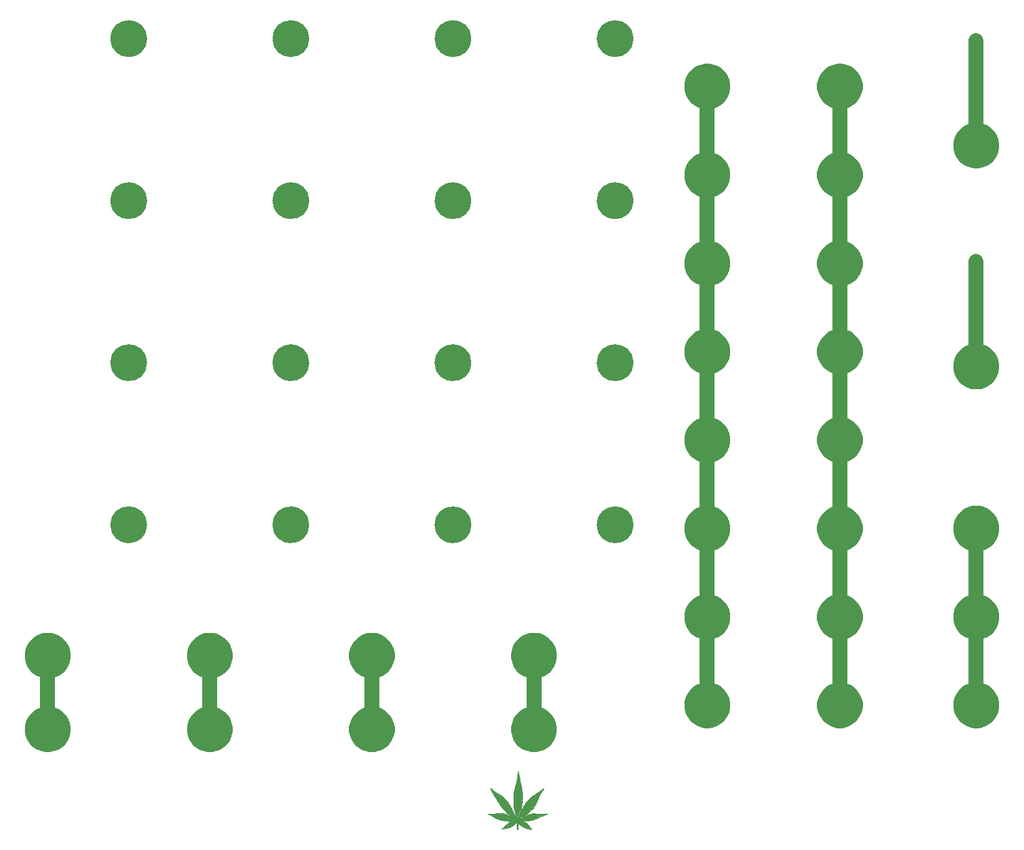
<source format=gbr>
G04 #@! TF.GenerationSoftware,KiCad,Pcbnew,(5.1.5-0)*
G04 #@! TF.CreationDate,2021-01-20T17:00:23-08:00*
G04 #@! TF.ProjectId,bindubba,62696e64-7562-4626-912e-6b696361645f,rev?*
G04 #@! TF.SameCoordinates,Original*
G04 #@! TF.FileFunction,Soldermask,Top*
G04 #@! TF.FilePolarity,Negative*
%FSLAX46Y46*%
G04 Gerber Fmt 4.6, Leading zero omitted, Abs format (unit mm)*
G04 Created by KiCad (PCBNEW (5.1.5-0)) date 2021-01-20 17:00:23*
%MOMM*%
%LPD*%
G04 APERTURE LIST*
%ADD10C,2.000000*%
%ADD11C,1.000000*%
%ADD12C,0.100000*%
%ADD13C,0.000002*%
%ADD14C,0.001000*%
G04 APERTURE END LIST*
D10*
X7250000Y-102000000D02*
X7250000Y-112250000D01*
X29250000Y-102000000D02*
X29250000Y-112250000D01*
X51250000Y-102250000D02*
X51250000Y-112500000D01*
X73250000Y-102250000D02*
X73250000Y-112500000D01*
X133250000Y-84000000D02*
X133250000Y-109750000D01*
X133250000Y-48750000D02*
X133250000Y-63250000D01*
X133250000Y-18750000D02*
X133250000Y-33250000D01*
X114750000Y-24750000D02*
X114750000Y-108750000D01*
X96750000Y-25000000D02*
X96750000Y-109000000D01*
D11*
X42250000Y-84500000D02*
G75*
G03X42250000Y-84500000I-2000000J0D01*
G01*
X64250000Y-84500000D02*
G75*
G03X64250000Y-84500000I-2000000J0D01*
G01*
X86250000Y-84500000D02*
G75*
G03X86250000Y-84500000I-2000000J0D01*
G01*
X20250000Y-84500000D02*
G75*
G03X20250000Y-84500000I-2000000J0D01*
G01*
X86250000Y-62500000D02*
G75*
G03X86250000Y-62500000I-2000000J0D01*
G01*
X20250000Y-62500000D02*
G75*
G03X20250000Y-62500000I-2000000J0D01*
G01*
X64250000Y-62500000D02*
G75*
G03X64250000Y-62500000I-2000000J0D01*
G01*
X42250000Y-62500000D02*
G75*
G03X42250000Y-62500000I-2000000J0D01*
G01*
X20250000Y-40500000D02*
G75*
G03X20250000Y-40500000I-2000000J0D01*
G01*
X64250000Y-40500000D02*
G75*
G03X64250000Y-40500000I-2000000J0D01*
G01*
X42250000Y-40500000D02*
G75*
G03X42250000Y-40500000I-2000000J0D01*
G01*
X86250000Y-40500000D02*
G75*
G03X86250000Y-40500000I-2000000J0D01*
G01*
X86250000Y-18500000D02*
G75*
G03X86250000Y-18500000I-2000000J0D01*
G01*
X64250000Y-18500000D02*
G75*
G03X64250000Y-18500000I-2000000J0D01*
G01*
X42250000Y-18500000D02*
G75*
G03X42250000Y-18500000I-2000000J0D01*
G01*
X20250000Y-18500000D02*
G75*
G03X20250000Y-18500000I-2000000J0D01*
G01*
D12*
G36*
X71660400Y-124747650D02*
G01*
X72212850Y-125027050D01*
X72539875Y-125354075D01*
X72674813Y-125584263D01*
X72906588Y-125854138D01*
X72600200Y-125770000D01*
X72346200Y-125693800D01*
X72168400Y-125630300D01*
X71793750Y-125496950D01*
X71434975Y-125303275D01*
X71174625Y-125017525D01*
X71050800Y-124855600D01*
X71114300Y-124893700D01*
X71088900Y-124830200D01*
X71152400Y-124658750D01*
X71660400Y-124747650D01*
G37*
X71660400Y-124747650D02*
X72212850Y-125027050D01*
X72539875Y-125354075D01*
X72674813Y-125584263D01*
X72906588Y-125854138D01*
X72600200Y-125770000D01*
X72346200Y-125693800D01*
X72168400Y-125630300D01*
X71793750Y-125496950D01*
X71434975Y-125303275D01*
X71174625Y-125017525D01*
X71050800Y-124855600D01*
X71114300Y-124893700D01*
X71088900Y-124830200D01*
X71152400Y-124658750D01*
X71660400Y-124747650D01*
G36*
X70866650Y-124766700D02*
G01*
X70498350Y-125198500D01*
X70060200Y-125471550D01*
X69679200Y-125611250D01*
X68929900Y-125776350D01*
X69412500Y-125249300D01*
X69806200Y-124982600D01*
X70174500Y-124779400D01*
X70644400Y-124703200D01*
X70669800Y-124703200D01*
X70866650Y-124766700D01*
G37*
X70866650Y-124766700D02*
X70498350Y-125198500D01*
X70060200Y-125471550D01*
X69679200Y-125611250D01*
X68929900Y-125776350D01*
X69412500Y-125249300D01*
X69806200Y-124982600D01*
X70174500Y-124779400D01*
X70644400Y-124703200D01*
X70669800Y-124703200D01*
X70866650Y-124766700D01*
G36*
X74073400Y-123738000D02*
G01*
X74505200Y-123763400D01*
X75083207Y-123773943D01*
X74403600Y-123928500D01*
X73971800Y-124119000D01*
X73628900Y-124334900D01*
X73209800Y-124500000D01*
X72676400Y-124588900D01*
X72231900Y-124614300D01*
X71654050Y-124595250D01*
X71076200Y-124576200D01*
X71012700Y-124500000D01*
X71228600Y-124436500D01*
X71235585Y-124385700D01*
X71551815Y-124258700D01*
X72085850Y-124030100D01*
X72638300Y-123826900D01*
X73032000Y-123712600D01*
X73476500Y-123712600D01*
X74073400Y-123738000D01*
G37*
X74073400Y-123738000D02*
X74505200Y-123763400D01*
X75083207Y-123773943D01*
X74403600Y-123928500D01*
X73971800Y-124119000D01*
X73628900Y-124334900D01*
X73209800Y-124500000D01*
X72676400Y-124588900D01*
X72231900Y-124614300D01*
X71654050Y-124595250D01*
X71076200Y-124576200D01*
X71012700Y-124500000D01*
X71228600Y-124436500D01*
X71235585Y-124385700D01*
X71551815Y-124258700D01*
X72085850Y-124030100D01*
X72638300Y-123826900D01*
X73032000Y-123712600D01*
X73476500Y-123712600D01*
X74073400Y-123738000D01*
G36*
X74060700Y-121083700D02*
G01*
X73819400Y-121579000D01*
X73616200Y-122036200D01*
X73355850Y-122556900D01*
X73082800Y-122912500D01*
X72771650Y-123325250D01*
X72301750Y-123718950D01*
X71800100Y-124055500D01*
X70695200Y-124652400D01*
X70720600Y-124322200D01*
X71025400Y-124271400D01*
X71273050Y-123833250D01*
X71488950Y-123369700D01*
X71654050Y-123039500D01*
X71838200Y-122747400D01*
X72003300Y-122429900D01*
X72282700Y-122074300D01*
X72562100Y-121756800D01*
X72892300Y-121464700D01*
X73235200Y-121236100D01*
X73616200Y-120982100D01*
X74009900Y-120715400D01*
X74543300Y-120321700D01*
X74060700Y-121083700D01*
G37*
X74060700Y-121083700D02*
X73819400Y-121579000D01*
X73616200Y-122036200D01*
X73355850Y-122556900D01*
X73082800Y-122912500D01*
X72771650Y-123325250D01*
X72301750Y-123718950D01*
X71800100Y-124055500D01*
X70695200Y-124652400D01*
X70720600Y-124322200D01*
X71025400Y-124271400D01*
X71273050Y-123833250D01*
X71488950Y-123369700D01*
X71654050Y-123039500D01*
X71838200Y-122747400D01*
X72003300Y-122429900D01*
X72282700Y-122074300D01*
X72562100Y-121756800D01*
X72892300Y-121464700D01*
X73235200Y-121236100D01*
X73616200Y-120982100D01*
X74009900Y-120715400D01*
X74543300Y-120321700D01*
X74060700Y-121083700D01*
G36*
X71215900Y-118950100D02*
G01*
X71317500Y-119432700D01*
X71431800Y-119889900D01*
X71514350Y-120220100D01*
X71577850Y-120601100D01*
X71622300Y-121121800D01*
X71622300Y-121655200D01*
X71571500Y-122239400D01*
X71508000Y-122760100D01*
X71365125Y-123255400D01*
X71066675Y-124271400D01*
X70853950Y-124220600D01*
X70619000Y-123306200D01*
X70445962Y-122442600D01*
X70461837Y-121655200D01*
X70514225Y-120994800D01*
X70676150Y-120220100D01*
X70911100Y-119407300D01*
X71038100Y-118632600D01*
X71101600Y-118111900D01*
X71215900Y-118950100D01*
G37*
X71215900Y-118950100D02*
X71317500Y-119432700D01*
X71431800Y-119889900D01*
X71514350Y-120220100D01*
X71577850Y-120601100D01*
X71622300Y-121121800D01*
X71622300Y-121655200D01*
X71571500Y-122239400D01*
X71508000Y-122760100D01*
X71365125Y-123255400D01*
X71066675Y-124271400D01*
X70853950Y-124220600D01*
X70619000Y-123306200D01*
X70445962Y-122442600D01*
X70461837Y-121655200D01*
X70514225Y-120994800D01*
X70676150Y-120220100D01*
X70911100Y-119407300D01*
X71038100Y-118632600D01*
X71101600Y-118111900D01*
X71215900Y-118950100D01*
G36*
X67596400Y-120524900D02*
G01*
X67913900Y-120766200D01*
X68479050Y-121083700D01*
X69075950Y-121515500D01*
X69450600Y-121896500D01*
X69850650Y-122461650D01*
X70447550Y-123642750D01*
X70746000Y-124207900D01*
X70758700Y-124220600D01*
X70428500Y-124246000D01*
X70326900Y-124195200D01*
X69971300Y-123947550D01*
X69564900Y-123579250D01*
X69234700Y-123230000D01*
X68879100Y-122798200D01*
X68599700Y-122379100D01*
X68409200Y-122125100D01*
X68155200Y-121667900D01*
X67901200Y-121299600D01*
X67659900Y-120880500D01*
X67380500Y-120321700D01*
X67596400Y-120524900D01*
G37*
X67596400Y-120524900D02*
X67913900Y-120766200D01*
X68479050Y-121083700D01*
X69075950Y-121515500D01*
X69450600Y-121896500D01*
X69850650Y-122461650D01*
X70447550Y-123642750D01*
X70746000Y-124207900D01*
X70758700Y-124220600D01*
X70428500Y-124246000D01*
X70326900Y-124195200D01*
X69971300Y-123947550D01*
X69564900Y-123579250D01*
X69234700Y-123230000D01*
X68879100Y-122798200D01*
X68599700Y-122379100D01*
X68409200Y-122125100D01*
X68155200Y-121667900D01*
X67901200Y-121299600D01*
X67659900Y-120880500D01*
X67380500Y-120321700D01*
X67596400Y-120524900D01*
G36*
X69002925Y-123703075D02*
G01*
X69339475Y-123798325D01*
X69603000Y-123890400D01*
X70301500Y-124296800D01*
X70331980Y-124324740D01*
X70339600Y-124309500D01*
X70339600Y-124322200D01*
X70331980Y-124324740D01*
X70250700Y-124487300D01*
X70644400Y-124627000D01*
X70434850Y-124652400D01*
X70041150Y-124677800D01*
X69564900Y-124677800D01*
X69120400Y-124614300D01*
X68637800Y-124500000D01*
X68244100Y-124385700D01*
X67837700Y-124157100D01*
X67520200Y-123928500D01*
X67113800Y-123801500D01*
X67761500Y-123750700D01*
X68294900Y-123712600D01*
X68758450Y-123706250D01*
X69002925Y-123703075D01*
G37*
X69002925Y-123703075D02*
X69339475Y-123798325D01*
X69603000Y-123890400D01*
X70301500Y-124296800D01*
X70331980Y-124324740D01*
X70339600Y-124309500D01*
X70339600Y-124322200D01*
X70331980Y-124324740D01*
X70250700Y-124487300D01*
X70644400Y-124627000D01*
X70434850Y-124652400D01*
X70041150Y-124677800D01*
X69564900Y-124677800D01*
X69120400Y-124614300D01*
X68637800Y-124500000D01*
X68244100Y-124385700D01*
X67837700Y-124157100D01*
X67520200Y-123928500D01*
X67113800Y-123801500D01*
X67761500Y-123750700D01*
X68294900Y-123712600D01*
X68758450Y-123706250D01*
X69002925Y-123703075D01*
G36*
X71000000Y-124284100D02*
G01*
X70788862Y-124477775D01*
X71007937Y-124573025D01*
X71758825Y-125115950D01*
X71577850Y-125211200D01*
X71000000Y-124754000D01*
X71012700Y-125846200D01*
X70898400Y-125706500D01*
X70892050Y-124817500D01*
X70936500Y-124817500D01*
X70555500Y-124601600D01*
X70269750Y-124449200D01*
X70434850Y-124169800D01*
X71000000Y-124284100D01*
G37*
X71000000Y-124284100D02*
X70788862Y-124477775D01*
X71007937Y-124573025D01*
X71758825Y-125115950D01*
X71577850Y-125211200D01*
X71000000Y-124754000D01*
X71012700Y-125846200D01*
X70898400Y-125706500D01*
X70892050Y-124817500D01*
X70936500Y-124817500D01*
X70555500Y-124601600D01*
X70269750Y-124449200D01*
X70434850Y-124169800D01*
X71000000Y-124284100D01*
D13*
X70479586Y-122596968D02*
X70486414Y-122663404D01*
X67060628Y-123785206D02*
G75*
G02X67062745Y-123780474I8833J-1112D01*
G01*
X67062745Y-123780475D02*
G75*
G02X67067170Y-123777659I6961J-6056D01*
G01*
X67067171Y-123777659D02*
G75*
G02X67076272Y-123775641I21302J-74534D01*
G01*
X67119176Y-123769928D02*
X67076272Y-123775641D01*
X67175382Y-123764579D02*
X67119176Y-123769928D01*
X67249523Y-123759059D02*
X67175382Y-123764579D01*
X67350810Y-123752773D02*
X67249523Y-123759059D01*
X67464250Y-123745535D02*
X67350810Y-123752773D01*
X67555159Y-123738329D02*
X67464250Y-123745535D01*
X67635946Y-123730142D02*
X67555159Y-123738329D01*
X67717522Y-123719967D02*
X67635946Y-123730142D01*
X67795588Y-123710763D02*
X67717522Y-123719967D01*
X67894548Y-123701810D02*
X67795588Y-123710763D01*
X68002731Y-123693949D02*
X67894548Y-123701810D01*
X68110022Y-123688039D02*
X68002731Y-123693949D01*
X68158893Y-123685783D02*
X68110022Y-123688039D01*
X68228084Y-123682592D02*
X68158893Y-123685783D01*
X68303746Y-123679104D02*
X68228084Y-123682592D01*
X68375022Y-123675821D02*
X68303746Y-123679104D01*
X68542892Y-123668843D02*
X68375022Y-123675821D01*
X68717753Y-123663052D02*
X68542892Y-123668843D01*
X68891324Y-123658069D02*
X68717753Y-123663052D01*
X68891324Y-123658069D02*
G75*
G02X68900393Y-123660507I462J-16364D01*
G01*
X68903889Y-123661762D02*
G75*
G02X68900393Y-123660507I1209J8867D01*
G01*
X68919388Y-123663775D02*
X68903889Y-123661762D01*
X68937771Y-123665819D02*
X68919388Y-123663775D01*
X68958715Y-123667713D02*
X68937771Y-123665819D01*
X70470054Y-122487481D02*
X70472649Y-122517124D01*
X71612378Y-124647086D02*
X71657522Y-124650622D01*
X71563537Y-124643388D02*
X71612378Y-124647086D01*
X71518194Y-124640058D02*
X71563537Y-124643388D01*
X71485022Y-124637755D02*
X71518194Y-124640058D01*
X71453615Y-124635486D02*
X71485022Y-124637755D01*
X71414584Y-124632326D02*
X71453615Y-124635486D01*
X71374606Y-124628849D02*
X71414584Y-124632326D01*
X71340022Y-124625579D02*
X71374606Y-124628849D01*
X71278512Y-124620402D02*
X71340022Y-124625579D01*
X71226901Y-124618134D02*
X71278512Y-124620402D01*
X69831364Y-122380665D02*
X69702584Y-122173051D01*
X69960123Y-122610277D02*
X69831364Y-122380665D01*
X71263811Y-124644985D02*
X71225611Y-124637712D01*
X71301820Y-124651668D02*
X71263811Y-124644985D01*
X71327522Y-124655429D02*
X71301820Y-124651668D01*
X71327522Y-124655429D02*
G75*
G02X71415850Y-124671576I-96572J-777952D01*
G01*
X71542223Y-124704860D02*
X71415850Y-124671576D01*
X71681550Y-124747366D02*
X71542223Y-124704860D01*
X71815022Y-124794009D02*
X71681550Y-124747366D01*
X71858649Y-124811046D02*
X71815022Y-124794009D01*
X71904637Y-124830487D02*
X71858649Y-124811046D01*
X71952079Y-124851930D02*
X71904637Y-124830487D01*
X72000085Y-124874987D02*
X71952079Y-124851930D01*
X72000085Y-124874988D02*
G75*
G02X72152408Y-124962179I-639105J-1293158D01*
G01*
X70600081Y-123347260D02*
X70602098Y-123357528D01*
X73620021Y-122015299D02*
G75*
G02X73619743Y-122016562I-3003J0D01*
G01*
X73611209Y-122034952D02*
X73619743Y-122016562D01*
X73601523Y-122055632D02*
X73611209Y-122034952D01*
X73590022Y-122079870D02*
X73601523Y-122055632D01*
X73578521Y-122104146D02*
X73590022Y-122079870D01*
X73568834Y-122124951D02*
X73578521Y-122104146D01*
X73560385Y-122143329D02*
X73568834Y-122124951D01*
X73560021Y-122144995D02*
G75*
G02X73560385Y-122143329I3995J0D01*
G01*
X73560021Y-122144995D02*
G75*
G02X73559292Y-122148297I-7840J0D01*
G01*
X73520677Y-122231421D02*
X73559292Y-122148297D01*
X73477758Y-122323339D02*
X73520677Y-122231421D01*
X73427442Y-122430277D02*
X73477758Y-122323339D01*
X73404537Y-122478174D02*
X73427442Y-122430277D01*
X73376801Y-122534980D02*
X73404537Y-122478174D01*
X73347730Y-122593998D02*
X73376801Y-122534980D01*
X73347731Y-122593997D02*
G75*
G02X73345022Y-122597777I-12801J6311D01*
G01*
X73343589Y-122599614D02*
G75*
G02X73345022Y-122597777I8150J-4881D01*
G01*
X73340177Y-122605418D02*
X73343588Y-122599615D01*
X73336238Y-122612435D02*
X73340177Y-122605418D01*
X73332041Y-122620277D02*
X73336238Y-122612435D01*
X73323008Y-122637116D02*
X73332041Y-122620277D01*
X73312309Y-122656309D02*
X73323008Y-122637116D01*
X73301117Y-122675799D02*
X73312309Y-122656309D01*
X73290563Y-122693576D02*
X73301117Y-122675799D01*
X73286359Y-122700601D02*
X73290563Y-122693576D01*
X73279895Y-122711546D02*
X73286359Y-122700601D01*
X73272630Y-122723921D02*
X73279895Y-122711546D01*
X73265538Y-122736076D02*
X73272630Y-122723921D01*
X73265539Y-122736076D02*
G75*
G02X73176513Y-122874537I-1594117J927112D01*
G01*
X73060765Y-123028716D02*
X73176513Y-122874537D01*
X72929379Y-123185115D02*
X73060765Y-123028716D01*
X72792561Y-123330767D02*
X72929379Y-123185115D01*
X72792561Y-123330767D02*
G75*
G02X72512462Y-123588051I-2992746J2977019D01*
G01*
X72202444Y-123826945D02*
X72512462Y-123588051D01*
X71846530Y-124058868D02*
X72202444Y-123826945D01*
X71427522Y-124295384D02*
X71846530Y-124058868D01*
X71407210Y-124306206D02*
X71427522Y-124295384D01*
X71383256Y-124319049D02*
X71407210Y-124306206D01*
X71359541Y-124331825D02*
X71383256Y-124319049D01*
X71340022Y-124342411D02*
X71359541Y-124331825D01*
X71322766Y-124351769D02*
X71340022Y-124342411D01*
X71306062Y-124360749D02*
X71322766Y-124351769D01*
X71291782Y-124368359D02*
X71306062Y-124360749D01*
X71284097Y-124372337D02*
X71291782Y-124368359D01*
X71267847Y-124382144D02*
G75*
G02X71284097Y-124372337I73169J-102870D01*
G01*
X71251467Y-124395234D02*
G75*
G02X71267847Y-124382145I125077J-139731D01*
G01*
X71238112Y-124408375D02*
G75*
G02X71251467Y-124395234I145858J-134885D01*
G01*
X71235021Y-124416267D02*
G75*
G02X71238111Y-124408375I11624J0D01*
G01*
X71235871Y-124419781D02*
G75*
G02X71235022Y-124416267I6849J3514D01*
G01*
X71238155Y-124421737D02*
G75*
G02X71235870Y-124419780I1247J3768D01*
G01*
X71242397Y-124422198D02*
G75*
G02X71238155Y-124421737I-1044J10127D01*
G01*
X71249641Y-124421103D02*
G75*
G02X71242398Y-124422199I-15184J75919D01*
G01*
X71268149Y-124415366D02*
G75*
G02X71249641Y-124421104I-36945J86448D01*
G01*
X71328992Y-124389023D02*
X71268149Y-124415366D01*
X71396972Y-124358528D02*
X71328992Y-124389023D01*
X71465022Y-124326643D02*
X71396972Y-124358528D01*
X71488044Y-124315656D02*
X71465022Y-124326643D01*
X71513850Y-124303400D02*
X71488044Y-124315656D01*
X71538478Y-124291750D02*
X71513850Y-124303400D01*
X71557522Y-124282798D02*
X71538478Y-124291750D01*
X71577497Y-124273393D02*
X71557522Y-124282798D01*
X71605600Y-124260054D02*
X71577497Y-124273393D01*
X71636247Y-124245444D02*
X71605600Y-124260054D01*
X71665022Y-124231661D02*
X71636247Y-124245444D01*
X71719936Y-124205361D02*
X71665022Y-124231661D01*
X71761702Y-124185535D02*
X71719936Y-124205361D01*
X71796707Y-124169148D02*
X71761702Y-124185535D01*
X71830022Y-124153816D02*
X71796707Y-124169148D01*
X71865354Y-124137574D02*
X71830022Y-124153816D01*
X71931774Y-124106749D02*
X71865354Y-124137574D01*
X71999694Y-124075132D02*
X71931774Y-124106749D01*
X72047522Y-124052733D02*
X71999694Y-124075132D01*
X72194502Y-123984657D02*
X72047522Y-124052733D01*
X72345333Y-123916903D02*
X72194502Y-123984657D01*
X72483653Y-123856658D02*
X72345333Y-123916903D01*
X72590022Y-123812680D02*
X72483653Y-123856658D01*
X72643337Y-123791611D02*
X72590022Y-123812680D01*
X72678135Y-123778359D02*
X72643337Y-123791611D01*
X72707932Y-123767769D02*
X72678135Y-123778359D01*
X72742522Y-123756289D02*
X72707932Y-123767769D01*
X72801620Y-123738467D02*
X72742522Y-123756289D01*
X72863071Y-123722384D02*
X72801620Y-123738467D01*
X72924574Y-123708597D02*
X72863071Y-123722384D01*
X72983822Y-123697669D02*
X72924574Y-123708597D01*
X73025789Y-123691782D02*
X72983822Y-123697669D01*
X73061324Y-123688975D02*
X73025789Y-123691782D01*
X73105896Y-123688261D02*
X73061324Y-123688975D01*
X73186322Y-123689370D02*
X73105896Y-123688261D01*
X73243234Y-123690735D02*
X73186322Y-123689370D01*
X73301607Y-123692737D02*
X73243234Y-123690735D01*
X73353546Y-123695032D02*
X73301607Y-123692737D01*
X73387522Y-123697267D02*
X73353546Y-123695032D01*
X73418287Y-123699702D02*
X73387522Y-123697267D01*
X73457662Y-123702627D02*
X73418287Y-123699702D01*
X73498691Y-123705545D02*
X73457662Y-123702627D01*
X73535022Y-123707990D02*
X73498691Y-123705545D01*
X73572057Y-123710418D02*
X73535022Y-123707990D01*
X73615318Y-123713293D02*
X73572057Y-123710418D01*
X73657867Y-123716150D02*
X73615318Y-123713293D01*
X73692522Y-123718510D02*
X73657867Y-123716150D01*
X73745145Y-123720680D02*
X73692522Y-123718510D01*
X73937897Y-123723130D02*
X73745145Y-123720680D01*
X74166132Y-123725346D02*
X73937897Y-123723130D01*
X74422522Y-123726997D02*
X74166132Y-123725346D01*
X74760194Y-123728974D02*
X74422522Y-123726997D01*
X74946598Y-123730953D02*
X74760194Y-123728974D01*
X75075267Y-123733028D02*
X74946598Y-123730953D01*
X75075267Y-123733028D02*
G75*
G02X75088772Y-123736729I-500J-28318D01*
G01*
X75088772Y-123736728D02*
G75*
G02X75097766Y-123745160I-13045J-22929D01*
G01*
X75097766Y-123745160D02*
G75*
G02X75100023Y-123755412I-12281J-8079D01*
G01*
X75100023Y-123755413D02*
G75*
G02X75094871Y-123765674I-18220J2725D01*
G01*
X75094870Y-123765673D02*
G75*
G02X75083207Y-123773943I-29662J29474D01*
G01*
X75083208Y-123773944D02*
G75*
G02X75065174Y-123781131I-63623J133418D01*
G01*
X75000776Y-123801805D02*
X75065174Y-123781131D01*
X74938093Y-123821392D02*
X75000776Y-123801805D01*
X74902522Y-123831377D02*
X74938093Y-123821392D01*
X74773171Y-123868169D02*
X74902522Y-123831377D01*
X74598786Y-123925203D02*
X74773171Y-123868169D01*
X74419767Y-123988251D02*
X74598786Y-123925203D01*
X74272522Y-124045274D02*
X74419767Y-123988251D01*
X74149199Y-124098078D02*
X74272522Y-124045274D01*
X74003927Y-124164591D02*
X74149199Y-124098078D01*
X73862600Y-124232490D02*
X74003927Y-124164591D01*
X73752522Y-124289199D02*
X73862600Y-124232490D01*
X73618504Y-124360433D02*
X73752522Y-124289199D01*
X73533440Y-124402696D02*
X73618504Y-124360433D01*
X73458987Y-124435131D02*
X73533440Y-124402696D01*
X73367522Y-124470178D02*
X73458987Y-124435131D01*
X73292423Y-124497307D02*
X73367522Y-124470178D01*
X73252851Y-124510723D02*
X73292423Y-124497307D01*
X73213400Y-124522598D02*
X73252851Y-124510723D01*
X73140022Y-124543034D02*
X73213400Y-124522598D01*
X73020804Y-124572545D02*
X73140022Y-124543034D01*
X72883620Y-124600279D02*
X73020804Y-124572545D01*
X72745884Y-124623156D02*
X72883620Y-124600279D01*
X72625022Y-124637838D02*
X72745884Y-124623156D01*
X72601013Y-124640138D02*
X72625022Y-124637838D01*
X72566506Y-124643487D02*
X72601013Y-124640138D01*
X72528547Y-124647195D02*
X72566506Y-124643487D01*
X72492522Y-124650739D02*
X72528547Y-124647195D01*
X72358935Y-124658145D02*
X72492522Y-124650739D01*
X72086190Y-124659806D02*
X72358935Y-124658145D01*
X71813070Y-124657895D02*
X72086190Y-124659806D01*
X71657522Y-124650622D02*
X71813070Y-124657895D01*
X71184700Y-124617876D02*
X71226901Y-124618134D01*
X71180021Y-124622584D02*
G75*
G02X71184700Y-124617876I4709J-1D01*
G01*
X71181145Y-124624719D02*
G75*
G02X71180022Y-124622585I1466J2134D01*
G01*
X71185529Y-124627293D02*
G75*
G02X71181144Y-124624719I15819J31971D01*
G01*
X70110636Y-122888155D02*
X70094341Y-122858062D01*
X70121221Y-122907777D02*
X70110636Y-122888155D01*
X71511249Y-123283226D02*
X71464982Y-123380277D01*
X71596807Y-123112328D02*
X71511249Y-123283226D01*
X71683548Y-122941636D02*
X71596807Y-123112328D01*
X71724269Y-122866527D02*
X71683548Y-122941636D01*
X71738678Y-122841366D02*
X71724269Y-122866527D01*
X71749929Y-122821636D02*
X71738678Y-122841366D01*
X71759609Y-122804555D02*
X71749929Y-122821636D01*
X71769048Y-122787777D02*
X71759609Y-122804555D01*
X71775983Y-122775624D02*
X71769048Y-122787777D01*
X71787590Y-122755731D02*
X71775983Y-122775624D01*
X71800976Y-122732985D02*
X71787590Y-122755731D01*
X71814458Y-122710277D02*
X71800976Y-122732985D01*
X71827575Y-122688268D02*
X71814458Y-122710277D01*
X71839864Y-122667624D02*
X71827575Y-122688268D01*
X71850197Y-122650243D02*
X71839864Y-122667624D01*
X71854889Y-122642307D02*
X71850197Y-122650243D01*
X71899259Y-122570233D02*
X71854889Y-122642307D01*
X71962393Y-122473837D02*
X71899259Y-122570233D01*
X72029939Y-122374271D02*
X71962393Y-122473837D01*
X72089543Y-122290277D02*
X72029939Y-122374271D01*
X72146819Y-122213641D02*
X72089543Y-122290277D01*
X72217177Y-122123061D02*
X72146819Y-122213641D01*
X72284639Y-122038542D02*
X72217177Y-122123061D01*
X72327847Y-121987777D02*
X72284639Y-122038542D01*
X73635064Y-121981889D02*
X73644416Y-121961958D01*
X73627187Y-121998945D02*
X73635064Y-121981889D01*
X73620294Y-122014044D02*
X73627187Y-121998945D01*
X73620022Y-122015299D02*
G75*
G02X73620294Y-122014044I3026J0D01*
G01*
X70075985Y-122824222D02*
X70058037Y-122791194D01*
X70094341Y-122858062D02*
X70075985Y-122824222D01*
X72912904Y-125882618D02*
G75*
G02X72912962Y-125890934I-10582J-4233D01*
G01*
X72912961Y-125890934D02*
G75*
G02X72910571Y-125893771I-5287J2029D01*
G01*
X72910571Y-125893771D02*
G75*
G02X72905675Y-125895933I-11328J19028D01*
G01*
X72905675Y-125895934D02*
G75*
G02X72898837Y-125897326I-10822J35655D01*
G01*
X72898838Y-125897325D02*
G75*
G02X72890414Y-125897777I-8424J78322D01*
G01*
X71393609Y-123541378D02*
X71385721Y-123560277D01*
X71420843Y-123479384D02*
X71393609Y-123541378D01*
X71447720Y-123418594D02*
X71420843Y-123479384D01*
X71464982Y-123380277D02*
X71447720Y-123418594D01*
X72890414Y-125897778D02*
G75*
G02X72875921Y-125896825I0J110737D01*
G01*
X72875921Y-125896825D02*
G75*
G02X72863016Y-125893965I9971J75534D01*
G01*
X72863016Y-125893965D02*
G75*
G02X72846281Y-125887761I53575J170197D01*
G01*
X72815022Y-125874046D02*
X72846281Y-125887761D01*
X72751838Y-125847762D02*
X72815022Y-125874046D01*
X72685736Y-125824319D02*
X72751838Y-125847762D01*
X72614120Y-125802862D02*
X72685736Y-125824319D01*
X72534294Y-125782548D02*
X72614120Y-125802862D01*
X72397606Y-125749292D02*
X72534294Y-125782548D01*
X70130128Y-122924323D02*
X70121221Y-122907777D01*
X70140235Y-122943074D02*
X70130128Y-122924323D01*
X71253305Y-123886243D02*
X71244490Y-123906661D01*
X71263179Y-123862378D02*
X71253305Y-123886243D01*
X71274497Y-123834151D02*
X71263179Y-123862378D01*
X71287768Y-123800277D02*
X71274497Y-123834151D01*
X71293655Y-123785324D02*
X71287768Y-123800277D01*
X71300109Y-123769333D02*
X71293655Y-123785324D01*
X71306173Y-123754627D02*
X71300109Y-123769333D01*
X72152408Y-124962178D02*
G75*
G02X72290509Y-125065987I-743206J-1132487D01*
G01*
X72290509Y-125065987D02*
G75*
G02X72408604Y-125181641I-808447J-943632D01*
G01*
X72408604Y-125181641D02*
G75*
G02X72501099Y-125304225I-691614J-618042D01*
G01*
X72593113Y-125447827D02*
X72501099Y-125304225D01*
X72658325Y-125544131D02*
X72593113Y-125447827D01*
X72719278Y-125626381D02*
X72658325Y-125544131D01*
X72794380Y-125720045D02*
X72719278Y-125626381D01*
X72837947Y-125772822D02*
X72794380Y-125720045D01*
X72851771Y-125789809D02*
X72837947Y-125772822D01*
X72862079Y-125803035D02*
X72851771Y-125789809D01*
X70634498Y-120270277D02*
X70620636Y-120320269D01*
X71310691Y-123744082D02*
X71306173Y-123754627D01*
X71314264Y-123735606D02*
X71310691Y-123744082D01*
X71317281Y-123727667D02*
X71314264Y-123735606D01*
X71319553Y-123720959D02*
X71317281Y-123727667D01*
X71320021Y-123717966D02*
G75*
G02X71319553Y-123720959I-9805J0D01*
G01*
X71320021Y-123717965D02*
G75*
G02X71320501Y-123714968I9600J-1D01*
G01*
X71322848Y-123708209D02*
X71320501Y-123714968D01*
X71325958Y-123700210D02*
X71322848Y-123708209D01*
X71329642Y-123691661D02*
X71325958Y-123700210D01*
X71343866Y-123659784D02*
X71329642Y-123691661D01*
X71352969Y-123638632D02*
X71343866Y-123659784D01*
X71359166Y-123623491D02*
X71352969Y-123638632D01*
X71360007Y-123619082D02*
G75*
G02X71359166Y-123623491I-11749J-43D01*
G01*
X71360007Y-123619082D02*
G75*
G02X71360459Y-123616632I6738J25D01*
G01*
X71363194Y-123609786D02*
X71360459Y-123616632D01*
X71366707Y-123601673D02*
X71363194Y-123609786D01*
X71370874Y-123592777D02*
X71366707Y-123601673D01*
X71375330Y-123583430D02*
X71370874Y-123592777D01*
X71379723Y-123573949D02*
X71375330Y-123583430D01*
X71383495Y-123565577D02*
X71379723Y-123573949D01*
X71385721Y-123560277D02*
X71383495Y-123565577D01*
X72877281Y-125823316D02*
X72862079Y-125803035D01*
X72893683Y-125846689D02*
X72877281Y-125823316D01*
X72893683Y-125846690D02*
G75*
G02X72905528Y-125866666I-194982J-129113D01*
G01*
X72905528Y-125866666D02*
G75*
G02X72912903Y-125882618I-148143J-78170D01*
G01*
X72337272Y-121977192D02*
X72327847Y-121987777D01*
X72357031Y-121954856D02*
X72337272Y-121977192D01*
X72380430Y-121928361D02*
X72357031Y-121954856D01*
X72405193Y-121900277D02*
X72380430Y-121928361D01*
X72513704Y-121783304D02*
X72405193Y-121900277D01*
X72646053Y-121652079D02*
X72513704Y-121783304D01*
X72777297Y-121530085D02*
X72646053Y-121652079D01*
X72880250Y-121444220D02*
X72777297Y-121530085D01*
X72967428Y-121378727D02*
X72880250Y-121444220D01*
X73046415Y-121323278D02*
X72967428Y-121378727D01*
X73148457Y-121256351D02*
X73046415Y-121323278D01*
X73327522Y-121142769D02*
X73148457Y-121256351D01*
X73389629Y-121103344D02*
X73327522Y-121142769D01*
X73456365Y-121060469D02*
X73389629Y-121103344D01*
X73517965Y-121020471D02*
X73456365Y-121060469D01*
X73562522Y-120990991D02*
X73517965Y-121020471D01*
X73697222Y-120899298D02*
X73562522Y-120990991D01*
X73820866Y-120812251D02*
X73697222Y-120899298D01*
X73968690Y-120704774D02*
X73820866Y-120812251D01*
X74190022Y-120540957D02*
X73968690Y-120704774D01*
X74233928Y-120508350D02*
X74190022Y-120540957D01*
X74276959Y-120476446D02*
X74233928Y-120508350D01*
X74314011Y-120449020D02*
X74276959Y-120476446D01*
X74335022Y-120433543D02*
X74314011Y-120449020D01*
X74351209Y-120421646D02*
X74335022Y-120433543D01*
X74368850Y-120408643D02*
X74351209Y-120421646D01*
X74385320Y-120396471D02*
X74368850Y-120408643D01*
X74397522Y-120387414D02*
X74385320Y-120396471D01*
X74437477Y-120359270D02*
X74397522Y-120387414D01*
X74492952Y-120323208D02*
X74437477Y-120359270D01*
X74549438Y-120287759D02*
X74492952Y-120323208D01*
X74549438Y-120287760D02*
G75*
G02X74564761Y-120281269I28471J-45884D01*
G01*
X74564761Y-120281268D02*
G75*
G02X74577504Y-120279947I10974J-43717D01*
G01*
X74577504Y-120279947D02*
G75*
G02X74584070Y-120284069I-305J-7776D01*
G01*
X74584070Y-120284070D02*
G75*
G02X74584527Y-120292656I-8997J-4784D01*
G01*
X74584527Y-120292655D02*
G75*
G02X74577667Y-120305539I-63438J25510D01*
G01*
X74565329Y-120322507D02*
X74577667Y-120305539D01*
X74545976Y-120346851D02*
X74565329Y-120322507D01*
X74526429Y-120370518D02*
X74545976Y-120346851D01*
X74526429Y-120370517D02*
G75*
G02X74516963Y-120380277I-72727J61071D01*
G01*
X74499895Y-120398072D02*
G75*
G02X74516963Y-120380277I123500J-101373D01*
G01*
X74445948Y-120464257D02*
X74499895Y-120398072D01*
X74391922Y-120531904D02*
X74445948Y-120464257D01*
X74351038Y-120585277D02*
X74391922Y-120531904D01*
X74274034Y-120693698D02*
X74351038Y-120585277D01*
X74213980Y-120789678D02*
X74274034Y-120693698D01*
X74148409Y-120910452D02*
X74213980Y-120789678D01*
X74045463Y-121115277D02*
X74148409Y-120910452D01*
X74012314Y-121182396D02*
X74045463Y-121115277D01*
X73982337Y-121243418D02*
X74012314Y-121182396D01*
X73957300Y-121294652D02*
X73982337Y-121243418D01*
X73948740Y-121312777D02*
X73957300Y-121294652D01*
X73933870Y-121344997D02*
X73948740Y-121312777D01*
X73898656Y-121420485D02*
X73933870Y-121344997D01*
X73863434Y-121495815D02*
X73898656Y-121420485D01*
X73842505Y-121540277D02*
X73863434Y-121495815D01*
X73836270Y-121553483D02*
X73842505Y-121540277D01*
X73826572Y-121574090D02*
X73836270Y-121553483D01*
X73815623Y-121597387D02*
X73826572Y-121574090D01*
X73804881Y-121620277D02*
X73815623Y-121597387D01*
X73752656Y-121731614D02*
X73804881Y-121620277D01*
X73705466Y-121832138D02*
X73752656Y-121731614D01*
X73666565Y-121914935D02*
X73705466Y-121832138D01*
X73644416Y-121961958D02*
X73666565Y-121914935D01*
X70456089Y-121270173D02*
X70450432Y-121347777D01*
X70491414Y-120934273D02*
X70489359Y-120951746D01*
X70499812Y-122775277D02*
X70502112Y-122791881D01*
X68220022Y-124404199D02*
X68285345Y-124431444D01*
X68172193Y-124382386D02*
X68220022Y-124404199D01*
X68096008Y-124345116D02*
X68172193Y-124382386D01*
X68013874Y-124304229D02*
X68096008Y-124345116D01*
X68958715Y-123667712D02*
G75*
G02X69037077Y-123677867I-68767J-838110D01*
G01*
X69134167Y-123697547D02*
X69037077Y-123677867D01*
X69238541Y-123723880D02*
X69134167Y-123697547D01*
X69340022Y-123754629D02*
X69238541Y-123723880D01*
X69411345Y-123778648D02*
X69340022Y-123754629D01*
X69462918Y-123797344D02*
X69411345Y-123778648D01*
X69514767Y-123818060D02*
X69462918Y-123797344D01*
X69587522Y-123848978D02*
X69514767Y-123818060D01*
X69636095Y-123871297D02*
X69587522Y-123848978D01*
X69722054Y-123913707D02*
X69636095Y-123871297D01*
X69807800Y-123957003D02*
X69722054Y-123913707D01*
X69857522Y-123983724D02*
X69807800Y-123957003D01*
X69874485Y-123993290D02*
X69857522Y-123983724D01*
X69892381Y-124003359D02*
X69874485Y-123993290D01*
X69908665Y-124012503D02*
X69892381Y-124003359D01*
X69920022Y-124018855D02*
X69908665Y-124012503D01*
X69967579Y-124046350D02*
X69920022Y-124018855D01*
X70029264Y-124083880D02*
X69967579Y-124046350D01*
X70094127Y-124124579D02*
X70029264Y-124083880D01*
X70152522Y-124162529D02*
X70094127Y-124124579D01*
X70269621Y-124239782D02*
X70152522Y-124162529D01*
X70284217Y-124242895D02*
G75*
G02X70269621Y-124239782I-3296J20324D01*
G01*
X70285880Y-124236626D02*
G75*
G02X70284217Y-124242894I-2231J-2763D01*
G01*
X70186635Y-124156997D02*
X70285879Y-124236626D01*
X70076355Y-124068615D02*
X70186635Y-124156997D01*
X69955655Y-123971064D02*
X70076355Y-124068615D01*
X69846190Y-123882022D02*
X69955655Y-123971064D01*
X69797522Y-123841366D02*
X69846190Y-123882022D01*
X69560218Y-123628564D02*
X69797522Y-123841366D01*
X69331976Y-123403889D02*
X69560218Y-123628564D01*
X69126302Y-123181368D02*
X69331976Y-123403889D01*
X68957522Y-122975413D02*
X69126302Y-123181368D01*
X68947035Y-122961730D02*
X68957522Y-122975413D01*
X68930933Y-122940881D02*
X68947035Y-122961730D01*
X68912804Y-122917489D02*
X68930933Y-122940881D01*
X68895094Y-122894720D02*
X68912804Y-122917489D01*
X68850771Y-122836679D02*
X68895094Y-122894720D01*
X68798022Y-122765362D02*
X68850771Y-122836679D01*
X68743294Y-122689659D02*
X68798022Y-122765362D01*
X68692611Y-122617777D02*
X68743294Y-122689659D01*
X68615794Y-122505183D02*
X68692611Y-122617777D01*
X68503314Y-122336047D02*
X68615794Y-122505183D01*
X68392960Y-122168079D02*
X68503314Y-122336047D01*
X68327810Y-122065811D02*
X68392960Y-122168079D01*
X68312852Y-122041839D02*
X68327810Y-122065811D01*
X68293501Y-122011028D02*
X68312852Y-122041839D01*
X68273210Y-121978853D02*
X68293501Y-122011028D01*
X68255098Y-121950277D02*
X68273210Y-121978853D01*
X68232466Y-121914465D02*
X68255098Y-121950277D01*
X68194344Y-121853699D02*
X68232466Y-121914465D01*
X68150478Y-121783586D02*
X68194344Y-121853699D01*
X68106299Y-121712777D02*
X68150478Y-121783586D01*
X68063762Y-121644522D02*
X68106299Y-121712777D01*
X68024866Y-121582137D02*
X68063762Y-121644522D01*
X67992249Y-121529846D02*
X68024866Y-121582137D01*
X67980010Y-121510277D02*
X67992249Y-121529846D01*
X67937630Y-121441590D02*
X67980010Y-121510277D01*
X67867790Y-121326106D02*
X67937630Y-121441590D01*
X67797729Y-121209490D02*
X67867790Y-121326106D01*
X67772165Y-121165277D02*
X67797729Y-121209490D01*
X67769328Y-121160248D02*
X67772165Y-121165277D01*
X67765217Y-121153074D02*
X67769328Y-121160248D01*
X67760674Y-121145211D02*
X67765217Y-121153074D01*
X67756342Y-121137777D02*
X67760674Y-121145211D01*
X67727044Y-121087083D02*
X67756342Y-121137777D01*
X67668968Y-120985057D02*
X67727044Y-121087083D01*
X67610346Y-120881702D02*
X67668968Y-120985057D01*
X67588754Y-120842777D02*
X67610346Y-120881702D01*
X67579351Y-120825536D02*
X67588754Y-120842777D01*
X67567835Y-120804543D02*
X67579351Y-120825536D01*
X67556140Y-120783314D02*
X67567835Y-120804543D01*
X67546150Y-120765277D02*
X67556140Y-120783314D01*
X67517394Y-120710797D02*
X67546150Y-120765277D01*
X67462647Y-120600518D02*
X67517394Y-120710797D01*
X67402078Y-120477345D02*
X67462647Y-120600518D01*
X67402079Y-120477345D02*
G75*
G02X67400022Y-120468491I18028J8854D01*
G01*
X67399530Y-120465636D02*
G75*
G02X67400022Y-120468491I-8045J-2855D01*
G01*
X67397209Y-120459477D02*
X67399530Y-120465636D01*
X67394113Y-120452210D02*
X67397209Y-120459477D01*
X67390446Y-120444500D02*
X67394113Y-120452210D01*
X67390446Y-120444500D02*
G75*
G02X67375567Y-120410779I353949J176315D01*
G01*
X67362376Y-120372674D02*
X67375567Y-120410779D01*
X67352797Y-120337022D02*
X67362376Y-120372674D01*
X67352798Y-120337021D02*
G75*
G02X67350022Y-120312709I105091J24312D01*
G01*
X67350022Y-120312709D02*
G75*
G02X67352313Y-120301889I26694J0D01*
G01*
X67352313Y-120301889D02*
G75*
G02X67358734Y-120293767I19006J-8428D01*
G01*
X67358734Y-120293767D02*
G75*
G02X67368045Y-120289963I11741J-15439D01*
G01*
X67368045Y-120289963D02*
G75*
G02X67378409Y-120291121I2783J-22042D01*
G01*
X70299378Y-124249505D02*
G75*
G02X70307816Y-124255118I-42084J-72409D01*
G01*
X70293690Y-124248010D02*
G75*
G02X70299378Y-124249505I137J-11046D01*
G01*
X70292163Y-124250169D02*
G75*
G02X70293690Y-124248010I1547J525D01*
G01*
X70295021Y-124255277D02*
G75*
G02X70292163Y-124250169I12406J10295D01*
G01*
X70298004Y-124258135D02*
G75*
G02X70295022Y-124255277I10995J14458D01*
G01*
X70301808Y-124260528D02*
G75*
G02X70298004Y-124258136I11528J22553D01*
G01*
X70305813Y-124262133D02*
G75*
G02X70301808Y-124260528I6762J22671D01*
G01*
X70309384Y-124262619D02*
G75*
G02X70305813Y-124262133I-229J11691D01*
G01*
X70313439Y-124262263D02*
G75*
G02X70309384Y-124262618I-4642J29680D01*
G01*
X70314221Y-124261131D02*
G75*
G02X70313438Y-124262263I-929J-194D01*
G01*
X70313100Y-124259282D02*
G75*
G02X70314221Y-124261131I-2062J-2515D01*
G01*
X70307816Y-124255118D02*
X70313100Y-124259282D01*
X71082574Y-118069496D02*
G75*
G02X71091771Y-118060571I24520J-16067D01*
G01*
X71091771Y-118060571D02*
G75*
G02X71102879Y-118057745I10107J-16484D01*
G01*
X71102879Y-118057745D02*
G75*
G02X71113607Y-118061707I-996J-19203D01*
G01*
X71113606Y-118061707D02*
G75*
G02X71121759Y-118071527I-17650J-22947D01*
G01*
X71121760Y-118071527D02*
G75*
G02X71133695Y-118104885I-124673J-63421D01*
G01*
X71149153Y-118180779D02*
X71133695Y-118104885D01*
X71166249Y-118280893D02*
X71149153Y-118180779D01*
X71184771Y-118407777D02*
X71166249Y-118280893D01*
X71189195Y-118439649D02*
X71184771Y-118407777D01*
X71193664Y-118471324D02*
X71189195Y-118439649D01*
X71197609Y-118498853D02*
X71193664Y-118471324D01*
X71200058Y-118515277D02*
X71197609Y-118498853D01*
X71202198Y-118529274D02*
X71200058Y-118515277D01*
X71204846Y-118546746D02*
X71202198Y-118529274D01*
X71207550Y-118564693D02*
X71204846Y-118546746D01*
X71209879Y-118580277D02*
X71207550Y-118564693D01*
X71250474Y-118845675D02*
X71209879Y-118580277D01*
X71282146Y-119033530D02*
X71250474Y-118845675D01*
X71312899Y-119191341D02*
X71282146Y-119033530D01*
X71349454Y-119355379D02*
X71312899Y-119191341D01*
X71374492Y-119458731D02*
X71349454Y-119355379D01*
X71406786Y-119586990D02*
X71374492Y-119458731D01*
X71438947Y-119712230D02*
X71406786Y-119586990D01*
X71449546Y-119747777D02*
X71438947Y-119712230D01*
X71451577Y-119754390D02*
X71449546Y-119747777D01*
X71454324Y-119764684D02*
X71451577Y-119754390D01*
X71457226Y-119776332D02*
X71454324Y-119764684D01*
X71459866Y-119787777D02*
X71457226Y-119776332D01*
X71462509Y-119799406D02*
X71459866Y-119787777D01*
X71465418Y-119811606D02*
X71462509Y-119799406D01*
X71468167Y-119822654D02*
X71465418Y-119811606D01*
X71470219Y-119830277D02*
X71468167Y-119822654D01*
X71491211Y-119911306D02*
X71470219Y-119830277D01*
X71520319Y-120039530D02*
X71491211Y-119911306D01*
X71547583Y-120167148D02*
X71520319Y-120039530D01*
X71560471Y-120240277D02*
X71547583Y-120167148D01*
X71562659Y-120254272D02*
X71560471Y-120240277D01*
X71565675Y-120271746D02*
X71562659Y-120254272D01*
X71568972Y-120289692D02*
X71565675Y-120271746D01*
X71572053Y-120305277D02*
X71568972Y-120289692D01*
X71583969Y-120371401D02*
X71572053Y-120305277D01*
X71598521Y-120470705D02*
X71583969Y-120371401D01*
X71613047Y-120582002D02*
X71598521Y-120470705D01*
X71625375Y-120690277D02*
X71613047Y-120582002D01*
X71633692Y-120777355D02*
X71625375Y-120690277D01*
X71641238Y-120873355D02*
X71633692Y-120777355D01*
X71649412Y-120996795D02*
X71641238Y-120873355D01*
X71659993Y-121175277D02*
X71649412Y-120996795D01*
X71664428Y-121311801D02*
X71659993Y-121175277D01*
X71663207Y-121473699D02*
X71664428Y-121311801D01*
D14*
X71656205Y-121680188D02*
X71663207Y-121473699D01*
X71642243Y-121960277D02*
X71656205Y-121680188D01*
D13*
X71638309Y-122013260D02*
X71642243Y-121960277D01*
X71629073Y-122107488D02*
X71638309Y-122013260D01*
X71618702Y-122204897D02*
X71629073Y-122107488D01*
X71609856Y-122277777D02*
X71618702Y-122204897D01*
X71607613Y-122295020D02*
X71609856Y-122277777D01*
X71604937Y-122316012D02*
X71607613Y-122295020D01*
X71602271Y-122337241D02*
X71604937Y-122316012D01*
X71600050Y-122355277D02*
X71602271Y-122337241D01*
X71597806Y-122372962D02*
X71600050Y-122355277D01*
X71595075Y-122393074D02*
X71597806Y-122372962D01*
X71592299Y-122412476D02*
X71595075Y-122393074D01*
X71589942Y-122427777D02*
X71592299Y-122412476D01*
X71587622Y-122442744D02*
X71589942Y-122427777D01*
X71584972Y-122461012D02*
X71587622Y-122442744D01*
X71582418Y-122479518D02*
X71584972Y-122461012D01*
X71580389Y-122495277D02*
X71582418Y-122479518D01*
X71561335Y-122617675D02*
X71580389Y-122495277D01*
X71521650Y-122819623D02*
X71561335Y-122617675D01*
X71478766Y-123021371D02*
X71521650Y-122819623D01*
X71447485Y-123145277D02*
X71478766Y-123021371D01*
X71444512Y-123155948D02*
X71447485Y-123145277D01*
X71441467Y-123167340D02*
X71444512Y-123155948D01*
X71438776Y-123177807D02*
X71441467Y-123167340D01*
X71436995Y-123185277D02*
X71438776Y-123177807D01*
X71427390Y-123223770D02*
X71436995Y-123185277D01*
X71397648Y-123331388D02*
X71427390Y-123223770D01*
X71367938Y-123437284D02*
X71397648Y-123331388D01*
X71350778Y-123495277D02*
X71367938Y-123437284D01*
X71346460Y-123509274D02*
X71350778Y-123495277D01*
X71341080Y-123526746D02*
X71346460Y-123509274D01*
X71335561Y-123544693D02*
X71341080Y-123526746D01*
X71330776Y-123560277D02*
X71335561Y-123544693D01*
X71313681Y-123614093D02*
X71330776Y-123560277D01*
X71282504Y-123708295D02*
X71313681Y-123614093D01*
X71249871Y-123805470D02*
X71282504Y-123708295D01*
X71224966Y-123877777D02*
X71249871Y-123805470D01*
X71214918Y-123906638D02*
X71224966Y-123877777D01*
X71205745Y-123933387D02*
X71214918Y-123906638D01*
X71198156Y-123955862D02*
X71205745Y-123933387D01*
X71195217Y-123965277D02*
X71198156Y-123955862D01*
X71192515Y-123974002D02*
X71195217Y-123965277D01*
X71186887Y-123990861D02*
X71192515Y-123974002D01*
X71180133Y-124010670D02*
X71186887Y-123990861D01*
X71172951Y-124031307D02*
X71180133Y-124010670D01*
X71155426Y-124084707D02*
X71172951Y-124031307D01*
X71155298Y-124104677D02*
G75*
G02X71155426Y-124084707I33535J9771D01*
G01*
X71162456Y-124105327D02*
G75*
G02X71155299Y-124104677I-3451J1730D01*
G01*
X71182120Y-124062777D02*
X71162455Y-124105327D01*
X71188098Y-124048783D02*
X71182120Y-124062777D01*
X71194664Y-124033598D02*
X71188098Y-124048783D01*
X71200839Y-124019472D02*
X71194664Y-124033598D01*
X71205464Y-124009082D02*
X71200839Y-124019472D01*
X71209124Y-124000664D02*
X71205464Y-124009082D01*
X71212214Y-123992904D02*
X71209124Y-124000664D01*
X71214584Y-123986362D02*
X71212214Y-123992904D01*
X71215021Y-123983771D02*
G75*
G02X71214584Y-123986362I-7897J0D01*
G01*
X71215021Y-123983771D02*
G75*
G02X71215482Y-123981197I7424J0D01*
G01*
X71217959Y-123974785D02*
X71215482Y-123981197D01*
X71221191Y-123967186D02*
X71217959Y-123974785D01*
X71225022Y-123958958D02*
X71221191Y-123967186D01*
X71228851Y-123950659D02*
X71225022Y-123958958D01*
X71232084Y-123942840D02*
X71228851Y-123950659D01*
X71234508Y-123936216D02*
X71232084Y-123942840D01*
X71235021Y-123933153D02*
G75*
G02X71234508Y-123936216I-9398J0D01*
G01*
X71235022Y-123933153D02*
G75*
G02X71235503Y-123930064I10154J0D01*
G01*
X71237803Y-123923264D02*
X71235503Y-123930064D01*
X71240864Y-123915223D02*
X71237803Y-123923264D01*
X71244490Y-123906661D02*
X71240864Y-123915223D01*
X70014682Y-122708855D02*
X70010103Y-122700347D01*
X70014682Y-122708855D02*
G75*
G02X70015022Y-122710212I-2538J-1357D01*
G01*
X70004695Y-122690555D02*
X69998277Y-122679295D01*
X70010103Y-122700347D02*
X70004695Y-122690555D01*
X68013874Y-124304228D02*
G75*
G02X68005022Y-124297537I13556J27135D01*
G01*
X68003092Y-124295897D02*
G75*
G02X68005022Y-124297537I-5453J-8377D01*
G01*
X67995912Y-124291285D02*
X68003091Y-124295898D01*
X67987281Y-124285930D02*
X67995912Y-124291285D01*
X67977522Y-124280101D02*
X67987281Y-124285930D01*
X67967356Y-124274103D02*
X67977522Y-124280101D01*
X67957487Y-124268234D02*
X67967356Y-124274103D01*
X67949047Y-124263177D02*
X67957487Y-124268234D01*
X67944424Y-124260341D02*
X67949047Y-124263177D01*
X67940259Y-124257797D02*
X67944424Y-124260341D01*
X67934094Y-124254150D02*
X67940259Y-124257797D01*
X67927233Y-124250155D02*
X67934094Y-124254150D01*
X67920629Y-124246375D02*
X67927233Y-124250155D01*
X67920629Y-124246375D02*
G75*
G02X67910474Y-124239975I63669J112281D01*
G01*
X67882016Y-124220005D02*
X67910474Y-124239975D01*
X67848261Y-124195940D02*
X67882016Y-124220005D01*
X67811226Y-124169103D02*
X67848261Y-124195940D01*
X67633114Y-124046773D02*
X67811226Y-124169103D01*
X67486099Y-123963678D02*
G75*
G02X67633114Y-124046773I-631554J-1288984D01*
G01*
X67326951Y-123896610D02*
G75*
G02X67486098Y-123963679I-510715J-1434241D01*
G01*
X67108826Y-123824954D02*
X67326951Y-123896611D01*
X67076926Y-123815042D02*
X67108826Y-123824954D01*
X67076927Y-123815042D02*
G75*
G02X67066329Y-123810106I14167J44263D01*
G01*
X67066329Y-123810106D02*
G75*
G02X67061681Y-123804159I5938J9430D01*
G01*
X67061681Y-123804159D02*
G75*
G02X67060076Y-123794254I30438J10015D01*
G01*
X67060076Y-123794254D02*
G75*
G02X67060628Y-123785206I70514J241D01*
G01*
X72285632Y-125719595D02*
X72397606Y-125749292D01*
X72198054Y-125693690D02*
X72285632Y-125719595D01*
X72198055Y-125693690D02*
G75*
G02X72142522Y-125673101I169046J541143D01*
G01*
X72137486Y-125671027D02*
X72142522Y-125673101D01*
X72130318Y-125668265D02*
X72137486Y-125671027D01*
X72122455Y-125665344D02*
X72130318Y-125668265D01*
X72115022Y-125662696D02*
X72122455Y-125665344D01*
X72107177Y-125659863D02*
X72115022Y-125662696D01*
X72098034Y-125656363D02*
X72107177Y-125659863D01*
X72089059Y-125652778D02*
X72098034Y-125656363D01*
X72081766Y-125649691D02*
X72089059Y-125652778D01*
X72075511Y-125647043D02*
X72081766Y-125649691D01*
X72069752Y-125644808D02*
X72075511Y-125647043D01*
X72064899Y-125643092D02*
X72069752Y-125644808D01*
X72062993Y-125642777D02*
G75*
G02X72064899Y-125643092I0J-5933D01*
G01*
X72062993Y-125642778D02*
G75*
G02X72059189Y-125642029I0J10037D01*
G01*
X71964667Y-125603305D02*
X72059189Y-125642029D01*
X71881032Y-125568860D02*
X71964667Y-125603305D01*
X71835022Y-125549343D02*
X71881032Y-125568860D01*
X71784226Y-125526283D02*
X71835022Y-125549343D01*
X71714035Y-125492512D02*
X71784226Y-125526283D01*
X71646005Y-125458811D02*
X71714035Y-125492512D01*
X71610022Y-125439386D02*
X71646005Y-125458811D01*
X71584250Y-125424488D02*
X71610022Y-125439386D01*
X71565712Y-125413819D02*
X71584250Y-125424488D01*
X71552040Y-125406010D02*
X71565712Y-125413819D01*
X71542522Y-125400665D02*
X71552040Y-125406010D01*
X71502423Y-125376144D02*
X71542522Y-125400665D01*
X71452352Y-125341071D02*
X71502423Y-125376144D01*
X71399465Y-125300893D02*
X71452352Y-125341071D01*
X71350022Y-125260105D02*
X71399465Y-125300893D01*
X71350022Y-125260106D02*
G75*
G02X71270238Y-125183873I695822J808099D01*
G01*
X71270238Y-125183873D02*
G75*
G02X71198595Y-125099661I781638J737557D01*
G01*
X71198596Y-125099661D02*
G75*
G02X71135002Y-125007259I878955J673003D01*
G01*
X71135001Y-125007258D02*
G75*
G02X71079292Y-124906527I1044989J643704D01*
G01*
X71066672Y-124882136D02*
X71079292Y-124906527D01*
X71058836Y-124871479D02*
G75*
G02X71066672Y-124882136I-34612J-33661D01*
G01*
X71052757Y-124869559D02*
G75*
G02X71058835Y-124871478I1254J-6611D01*
G01*
X71047112Y-124873439D02*
G75*
G02X71052758Y-124869558I7228J-4468D01*
G01*
X71045653Y-124878424D02*
G75*
G02X71047112Y-124873440I9773J-154D01*
G01*
X71043420Y-125021549D02*
X71045654Y-124878424D01*
X71041301Y-125181187D02*
X71043420Y-125021549D01*
X71039456Y-125369690D02*
X71041301Y-125181187D01*
X71037665Y-125558576D02*
X71039456Y-125369690D01*
X71035717Y-125719472D02*
X71037665Y-125558576D01*
X71033721Y-125862425D02*
X71035717Y-125719472D01*
X71033721Y-125862424D02*
G75*
G02X71032565Y-125871527I-41009J581D01*
G01*
X71032565Y-125871527D02*
G75*
G02X71031012Y-125875830I-20606J5007D01*
G01*
X71031011Y-125875830D02*
G75*
G02X71028627Y-125879473I-15676J7660D01*
G01*
X71028628Y-125879473D02*
G75*
G02X71025815Y-125881944I-9855J8380D01*
G01*
X71025814Y-125881943D02*
G75*
G02X71022998Y-125882777I-2816J4339D01*
G01*
X71022998Y-125882778D02*
G75*
G02X71018527Y-125881046I0J6637D01*
G01*
X70995478Y-125859837D02*
X71018527Y-125881046D01*
X70969013Y-125834616D02*
X70995478Y-125859837D01*
X70938906Y-125804683D02*
X70969013Y-125834616D01*
X70861648Y-125726588D02*
X70938906Y-125804683D01*
X70858335Y-125426359D02*
X70861648Y-125726588D01*
X70857066Y-125301023D02*
X70858335Y-125426359D01*
X70855995Y-125172704D02*
X70857066Y-125301023D01*
X70855237Y-125058674D02*
X70855995Y-125172704D01*
X70855022Y-124984454D02*
X70855237Y-125058674D01*
X70854720Y-124923849D02*
X70855022Y-124984454D01*
X70853728Y-124879717D02*
X70854720Y-124923849D01*
X70852369Y-124844990D02*
X70853728Y-124879717D01*
X70850060Y-124842777D02*
G75*
G02X70852369Y-124844990I-1J-2312D01*
G01*
X70847054Y-124844088D02*
G75*
G02X70850059Y-124842777I3005J-2787D01*
G01*
X70836630Y-124855560D02*
X70847055Y-124844089D01*
X70824618Y-124869615D02*
X70836630Y-124855560D01*
X70811309Y-124886292D02*
X70824618Y-124869615D01*
X70719679Y-124996929D02*
X70811309Y-124886292D01*
X70621336Y-125101497D02*
X70719679Y-124996929D01*
X70522618Y-125193723D02*
X70621336Y-125101497D01*
X70522618Y-125193723D02*
G75*
G02X70430022Y-125266907I-785138J898227D01*
G01*
X70293872Y-125357727D02*
X70430022Y-125266907D01*
X70160543Y-125434003D02*
X70293872Y-125357727D01*
X70020115Y-125500989D02*
X70160543Y-125434003D01*
X69862522Y-125563854D02*
X70020115Y-125500989D01*
X69806592Y-125583017D02*
X69862522Y-125563854D01*
X69714001Y-125612067D02*
X69806592Y-125583017D01*
X69620530Y-125640489D02*
X69714001Y-125612067D01*
X69620531Y-125640489D02*
G75*
G02X69585022Y-125649348I-111894J372905D01*
G01*
X69575788Y-125651427D02*
X69585022Y-125649348D01*
X69526256Y-125663853D02*
X69575788Y-125651427D01*
X69468574Y-125678414D02*
X69526256Y-125663853D01*
X69402522Y-125695214D02*
X69468574Y-125678414D01*
X69335223Y-125712309D02*
X69402522Y-125695214D01*
X69273647Y-125727802D02*
X69335223Y-125712309D01*
X69222000Y-125740673D02*
X69273647Y-125727802D01*
X69202522Y-125745258D02*
X69222000Y-125740673D01*
X69189392Y-125748201D02*
X69202522Y-125745258D01*
X69174725Y-125751527D02*
X69189392Y-125748201D01*
X69160765Y-125754724D02*
X69174725Y-125751527D01*
X69150022Y-125757222D02*
X69160765Y-125754724D01*
X69126495Y-125762411D02*
X69150022Y-125757222D01*
X69069890Y-125774006D02*
X69126495Y-125762411D01*
X69006655Y-125786751D02*
X69069890Y-125774006D01*
X68946570Y-125798613D02*
X69006655Y-125786751D01*
X68930754Y-125801291D02*
X68946570Y-125798613D01*
X68930754Y-125801291D02*
G75*
G02X68919488Y-125802124I-11660J81132D01*
G01*
X68919487Y-125802124D02*
G75*
G02X68910662Y-125801315I-221J46104D01*
G01*
X68910662Y-125801315D02*
G75*
G02X68902820Y-125798823I6419J33790D01*
G01*
X68902820Y-125798822D02*
G75*
G02X68893799Y-125785506I6402J14050D01*
G01*
X68893799Y-125785506D02*
G75*
G02X68899252Y-125766313I31269J1487D01*
G01*
X68899252Y-125766313D02*
G75*
G02X68927331Y-125731110I257590J-176662D01*
G01*
X69009998Y-125642550D02*
X68927331Y-125731110D01*
X69047172Y-125603045D02*
X69009998Y-125642550D01*
X69086499Y-125561019D02*
X69047172Y-125603045D01*
X69122351Y-125522510D02*
X69086499Y-125561019D01*
X69147522Y-125495213D02*
X69122351Y-125522510D01*
X69190178Y-125449392D02*
X69147522Y-125495213D01*
X69226361Y-125412256D02*
X69190178Y-125449392D01*
X69263224Y-125376564D02*
X69226361Y-125412256D01*
X69307926Y-125335277D02*
X69263224Y-125376564D01*
X69327115Y-125317823D02*
X69307926Y-125335277D01*
X69343687Y-125302653D02*
X69327115Y-125317823D01*
X69358008Y-125289477D02*
X69343687Y-125302653D01*
X69360021Y-125287406D02*
G75*
G02X69358008Y-125289477I-19819J17259D01*
G01*
X69360021Y-125287407D02*
G75*
G02X69362103Y-125285349I14795J-12883D01*
G01*
X69380147Y-125270015D02*
X69362103Y-125285349D01*
X69400885Y-125252487D02*
X69380147Y-125270015D01*
X69425022Y-125232231D02*
X69400885Y-125252487D01*
X69530470Y-125147248D02*
X69425022Y-125232231D01*
X69630076Y-125073754D02*
X69530470Y-125147248D01*
X69730113Y-125007287D02*
X69630076Y-125073754D01*
X69836795Y-124943515D02*
X69730113Y-125007287D01*
X69870714Y-124925268D02*
X69836795Y-124943515D01*
X69926262Y-124897389D02*
X69870714Y-124925268D01*
X69982493Y-124869994D02*
X69926262Y-124897389D01*
X70020022Y-124852890D02*
X69982493Y-124869994D01*
X70059757Y-124835775D02*
X70020022Y-124852890D01*
X70079737Y-124827382D02*
X70059757Y-124835775D01*
X70095779Y-124821025D02*
X70079737Y-124827382D01*
X70116272Y-124813347D02*
X70095779Y-124821025D01*
X70129186Y-124808599D02*
X70116272Y-124813347D01*
X70144287Y-124803046D02*
X70129186Y-124808599D01*
X70159151Y-124797580D02*
X70144287Y-124803046D01*
X70171272Y-124793122D02*
X70159151Y-124797580D01*
X70206104Y-124781114D02*
X70171272Y-124793122D01*
X70263274Y-124763030D02*
X70206104Y-124781114D01*
X70320340Y-124745577D02*
X70263274Y-124763030D01*
X70347522Y-124738372D02*
X70320340Y-124745577D01*
X70403341Y-124724277D02*
X70347522Y-124738372D01*
X70468904Y-124705292D02*
X70403341Y-124724277D01*
X70530034Y-124686296D02*
X70468904Y-124705292D01*
X70529691Y-124683050D02*
G75*
G02X70530034Y-124686296I-161J-1658D01*
G01*
X70527681Y-124683099D02*
G75*
G02X70529690Y-124683051I1204J-8298D01*
G01*
X70519709Y-124684287D02*
X70527681Y-124683099D01*
X70510305Y-124685799D02*
X70519709Y-124684287D01*
X70499690Y-124687644D02*
X70510305Y-124685799D01*
X70474754Y-124691359D02*
X70499690Y-124687644D01*
X70430359Y-124696376D02*
X70474754Y-124691359D01*
X70365074Y-124703070D02*
X70430359Y-124696376D01*
X70263645Y-124712894D02*
X70365074Y-124703070D01*
X70235352Y-124715035D02*
X70263645Y-124712894D01*
X70181795Y-124717839D02*
X70235352Y-124715035D01*
X70118915Y-124720681D02*
X70181795Y-124717839D01*
X70053645Y-124723169D02*
X70118915Y-124720681D01*
X69908340Y-124726041D02*
X70053645Y-124723169D01*
X69781748Y-124723781D02*
X69908340Y-124726041D01*
X69636661Y-124715269D02*
X69781748Y-124723781D01*
X69425022Y-124697707D02*
X69636661Y-124715269D01*
X69364771Y-124691119D02*
X69425022Y-124697707D01*
X69281738Y-124679690D02*
X69364771Y-124691119D01*
X69184250Y-124664788D02*
X69281738Y-124679690D01*
X69077522Y-124647109D02*
X69184250Y-124664788D01*
X68971857Y-124627377D02*
X69077522Y-124647109D01*
X68854034Y-124602215D02*
X68971857Y-124627377D01*
X68737305Y-124574654D02*
X68854034Y-124602215D01*
X68635022Y-124547637D02*
X68737305Y-124574654D01*
X68619381Y-124543300D02*
X68635022Y-124547637D01*
X68603397Y-124538981D02*
X68619381Y-124543300D01*
X68589207Y-124535245D02*
X68603397Y-124538981D01*
X68580022Y-124532966D02*
X68589207Y-124535245D01*
X68571722Y-124530851D02*
X68580022Y-124532966D01*
X68561053Y-124527839D02*
X68571722Y-124530851D01*
X68549914Y-124524499D02*
X68561053Y-124527839D01*
X68540022Y-124521321D02*
X68549914Y-124524499D01*
X68528663Y-124517567D02*
X68540022Y-124521321D01*
X68512381Y-124512256D02*
X68528663Y-124517567D01*
X68494485Y-124506458D02*
X68512381Y-124512256D01*
X68477522Y-124501004D02*
X68494485Y-124506458D01*
X68413400Y-124479584D02*
X68477522Y-124501004D01*
X68349573Y-124456485D02*
X68413400Y-124479584D01*
X68285345Y-124431444D02*
X68349573Y-124456485D01*
X71191588Y-124629800D02*
G75*
G02X71185529Y-124627293I15601J46284D01*
G01*
X71198772Y-124631862D02*
G75*
G02X71191589Y-124629800I19033J79840D01*
G01*
X71225611Y-124637712D02*
X71198772Y-124631862D01*
X67378409Y-120291121D02*
G75*
G02X67393800Y-120299519I-19851J-54684D01*
G01*
X67433573Y-120330444D02*
X67393800Y-120299519D01*
X67480950Y-120369163D02*
X67433573Y-120330444D01*
X67533636Y-120414359D02*
X67480950Y-120369163D01*
X67698174Y-120552127D02*
X67533636Y-120414359D01*
X67843791Y-120660502D02*
X67698174Y-120552127D01*
X68012714Y-120769733D02*
X67843791Y-120660502D01*
X68257522Y-120914069D02*
X68012714Y-120769733D01*
X70571306Y-120506615D02*
X70547577Y-120615220D01*
X70494593Y-120906118D02*
X70492916Y-120920277D01*
X70286280Y-123220659D02*
X70246362Y-123142777D01*
X70400735Y-123449065D02*
X70286280Y-123220659D01*
X70593793Y-120422863D02*
X70590420Y-120435871D01*
X70609796Y-123390277D02*
X70612223Y-123399554D01*
X68980696Y-121396196D02*
X68949731Y-121371569D01*
X69034121Y-121440261D02*
X68980696Y-121396196D01*
X70655296Y-120199293D02*
X70640717Y-120248596D01*
X70041545Y-122760738D02*
X70027657Y-122734784D01*
X70058037Y-122791194D02*
X70041545Y-122760738D01*
X70607389Y-123380966D02*
X70609796Y-123390277D01*
X70530667Y-123712450D02*
G75*
G02X70530022Y-123709625I5867J2825D01*
G01*
X70570128Y-123794375D02*
X70530666Y-123712451D01*
X70493686Y-122728002D02*
X70499812Y-122775277D01*
X70590420Y-120435871D02*
X70587276Y-120447511D01*
X70610559Y-120357297D02*
X70602925Y-120386256D01*
X70622102Y-123443678D02*
X70625424Y-123458215D01*
X70619792Y-123432777D02*
X70622102Y-123443678D01*
X70617434Y-123892202D02*
X70570128Y-123794375D01*
X70680900Y-124022769D02*
X70617434Y-123892202D01*
X70994836Y-118595277D02*
X70983743Y-118688355D01*
X69390510Y-121769449D02*
X69307249Y-121684817D01*
X69457941Y-121843323D02*
X69390510Y-121769449D01*
X70015378Y-122711643D02*
G75*
G02X70015022Y-122710212I2699J1431D01*
G01*
X70027657Y-122734784D02*
X70015377Y-122711643D01*
X70457431Y-122334943D02*
X70460146Y-122374262D01*
X70436197Y-121790776D02*
X70441200Y-122010800D01*
X68312323Y-120945700D02*
X68257522Y-120914069D01*
X68365350Y-120976582D02*
X68312323Y-120945700D01*
X68410594Y-121003170D02*
X68365350Y-120976582D01*
X70462884Y-122410118D02*
X70465155Y-122435277D01*
X71064571Y-118113376D02*
G75*
G02X71082574Y-118069496I122645J-24684D01*
G01*
X70983743Y-118688355D02*
X70966692Y-118818323D01*
X70966692Y-118818323D02*
X70948247Y-118952128D01*
X70948247Y-118952128D02*
X70932296Y-119060277D01*
X70594799Y-123321609D02*
X70597913Y-123336189D01*
X70672754Y-120140648D02*
X70655296Y-120199293D01*
X70665004Y-123616641D02*
X70688021Y-123705658D01*
X70652687Y-123567777D02*
X70665004Y-123616641D01*
X70439221Y-121585430D02*
X70436197Y-121790776D01*
X70497211Y-120888074D02*
X70494593Y-120906118D01*
X70596912Y-120410277D02*
X70593793Y-120422863D01*
X69091890Y-121488546D02*
X69034121Y-121440261D01*
X69142522Y-121531589D02*
X69091890Y-121488546D01*
X70640717Y-120248596D02*
X70634498Y-120270277D01*
X70546332Y-123082567D02*
X70569739Y-123208706D01*
X70472649Y-122517124D02*
X70474772Y-122542777D01*
X70602098Y-123357528D02*
X70604678Y-123369391D01*
X70620636Y-120320269D02*
X70610559Y-120357297D01*
X70612223Y-123399554D02*
X70614997Y-123411012D01*
X70774298Y-119790004D02*
X70691595Y-120077777D01*
X70524401Y-122953232D02*
X70546332Y-123082567D01*
X70486414Y-122663404D02*
X70493686Y-122728002D01*
X68435022Y-121017924D02*
X68410594Y-121003170D01*
X68452943Y-121028971D02*
X68435022Y-121017924D01*
X68471647Y-121040441D02*
X68452943Y-121028971D01*
X68488524Y-121050743D02*
X68471647Y-121040441D01*
X68500022Y-121057694D02*
X68488524Y-121050743D01*
X70597913Y-123336189D02*
X70600081Y-123347260D01*
X70455160Y-122297777D02*
X70457431Y-122334943D01*
X70891058Y-119296192D02*
X70839522Y-119534580D01*
X70602925Y-120386256D02*
X70596912Y-120410277D01*
X70932296Y-119060277D02*
X70891058Y-119296192D01*
X70614997Y-123411012D02*
X70617668Y-123422709D01*
X70465155Y-122435277D02*
X70467410Y-122458549D01*
X70510387Y-122855277D02*
X70524401Y-122953232D01*
X70647592Y-123547213D02*
X70652687Y-123567777D01*
X70641964Y-123524684D02*
X70647592Y-123547213D01*
X68838770Y-121288408D02*
X68712111Y-121198124D01*
X68949731Y-121371569D02*
X68838770Y-121288408D01*
X70466010Y-121160768D02*
X70456089Y-121270173D01*
X70585002Y-120455277D02*
X70571306Y-120506615D01*
X69990348Y-122665352D02*
X69980163Y-122647052D01*
X69998277Y-122679295D02*
X69990348Y-122665352D01*
X70175179Y-123007925D02*
X70157627Y-122975277D01*
X70196050Y-123047166D02*
X70175179Y-123007925D01*
X70793771Y-124203775D02*
G75*
G02X70778450Y-124204191I-7814J5438D01*
G01*
X70801642Y-124177617D02*
G75*
G02X70793772Y-124203776I-43965J-1036D01*
G01*
X70591336Y-123306189D02*
X70594799Y-123321609D01*
X70504965Y-122813215D02*
X70507876Y-122835494D01*
X70500258Y-120869324D02*
X70497211Y-120888074D01*
X70492916Y-120920277D02*
X70491414Y-120934273D01*
X70474772Y-122542777D02*
X70479586Y-122596968D01*
X70219842Y-123092235D02*
X70196050Y-123047166D01*
X70246362Y-123142777D02*
X70219842Y-123092235D01*
X70476782Y-121053128D02*
X70466010Y-121160768D01*
X70839522Y-119534580D02*
X70774298Y-119790004D01*
X70547577Y-120615220D02*
X70525096Y-120724104D01*
X70529044Y-123705488D02*
X70400735Y-123449065D01*
X70529045Y-123705488D02*
G75*
G02X70530022Y-123709625I-8269J-4137D01*
G01*
X68590998Y-121115371D02*
X68500022Y-121057694D01*
X68712111Y-121198124D02*
X68590998Y-121115371D01*
X69576981Y-121992044D02*
X69457941Y-121843323D01*
X69702584Y-122173051D02*
X69576981Y-121992044D01*
X70525096Y-120724104D02*
X70514785Y-120785277D01*
X70691595Y-120077777D02*
X70672754Y-120140648D01*
X70467410Y-122458549D02*
X70470054Y-122487481D01*
X70503300Y-120852777D02*
X70500258Y-120869324D01*
X70512686Y-120799437D02*
X70509713Y-120817481D01*
X70485041Y-120985277D02*
X70476782Y-121053128D01*
X70762789Y-123990486D02*
X70784316Y-124078882D01*
X70729915Y-123865277D02*
X70762789Y-123990486D01*
X70629114Y-123473688D02*
X70632635Y-123487777D01*
X70625424Y-123458215D02*
X70629114Y-123473688D01*
X70588031Y-123292260D02*
X70591336Y-123306189D01*
X70506422Y-120836231D02*
X70503300Y-120852777D01*
X71042634Y-118232589D02*
X71019274Y-118390793D01*
X70489359Y-120951746D02*
X70487122Y-120969693D01*
X70604678Y-123369391D02*
X70607389Y-123380966D01*
X70569739Y-123208706D02*
X70588031Y-123292260D01*
X70450432Y-121347777D02*
X70439221Y-121585430D01*
X71064571Y-118113377D02*
X71042634Y-118232589D01*
X70514785Y-120785277D02*
X70512686Y-120799437D01*
X70711965Y-123797481D02*
X70729915Y-123865277D01*
X70688021Y-123705658D02*
X70711965Y-123797481D01*
X70507876Y-122835494D02*
X70510387Y-122855277D01*
X70636652Y-123503561D02*
X70641964Y-123524684D01*
X70632635Y-123487777D02*
X70636652Y-123503561D01*
X70460146Y-122374262D02*
X70462884Y-122410118D01*
X70797789Y-124142241D02*
G75*
G02X70801641Y-124177617I-205937J-40320D01*
G01*
X70784316Y-124078882D02*
X70797790Y-124142241D01*
X70149971Y-122961116D02*
X70140235Y-122943074D01*
X70157627Y-122975277D02*
X70149971Y-122961116D01*
X70617668Y-123422709D02*
X70619792Y-123432777D01*
X70509713Y-120817481D02*
X70506422Y-120836231D01*
X69220584Y-121601527D02*
X69142522Y-121531589D01*
X69307249Y-121684817D02*
X69220584Y-121601527D01*
X70502112Y-122791881D02*
X70504965Y-122813215D01*
X70487122Y-120969693D02*
X70485041Y-120985277D01*
X70587276Y-120447511D02*
X70585002Y-120455277D01*
X71019274Y-118390793D02*
X70994836Y-118595277D01*
X69969544Y-122627713D02*
X69960123Y-122610277D01*
X69980163Y-122647052D02*
X69969544Y-122627713D01*
X70745824Y-124152971D02*
X70680900Y-124022769D01*
X70778449Y-124204191D02*
G75*
G02X70745824Y-124152971I252153J196613D01*
G01*
X70441200Y-122010800D02*
X70455160Y-122297777D01*
D12*
G36*
X73854975Y-109208585D02*
G01*
X74154528Y-109268170D01*
X74718874Y-109501930D01*
X75226772Y-109841296D01*
X75658704Y-110273228D01*
X75998070Y-110781126D01*
X76231830Y-111345472D01*
X76351000Y-111944578D01*
X76351000Y-112555422D01*
X76231830Y-113154528D01*
X75998070Y-113718874D01*
X75658704Y-114226772D01*
X75226772Y-114658704D01*
X74718874Y-114998070D01*
X74154528Y-115231830D01*
X73854975Y-115291415D01*
X73555423Y-115351000D01*
X72944577Y-115351000D01*
X72645025Y-115291415D01*
X72345472Y-115231830D01*
X71781126Y-114998070D01*
X71273228Y-114658704D01*
X70841296Y-114226772D01*
X70501930Y-113718874D01*
X70268170Y-113154528D01*
X70149000Y-112555422D01*
X70149000Y-111944578D01*
X70268170Y-111345472D01*
X70501930Y-110781126D01*
X70841296Y-110273228D01*
X71273228Y-109841296D01*
X71781126Y-109501930D01*
X72345472Y-109268170D01*
X72645025Y-109208585D01*
X72944577Y-109149000D01*
X73555423Y-109149000D01*
X73854975Y-109208585D01*
G37*
G36*
X51854975Y-109208585D02*
G01*
X52154528Y-109268170D01*
X52718874Y-109501930D01*
X53226772Y-109841296D01*
X53658704Y-110273228D01*
X53998070Y-110781126D01*
X54231830Y-111345472D01*
X54351000Y-111944578D01*
X54351000Y-112555422D01*
X54231830Y-113154528D01*
X53998070Y-113718874D01*
X53658704Y-114226772D01*
X53226772Y-114658704D01*
X52718874Y-114998070D01*
X52154528Y-115231830D01*
X51854975Y-115291415D01*
X51555423Y-115351000D01*
X50944577Y-115351000D01*
X50645025Y-115291415D01*
X50345472Y-115231830D01*
X49781126Y-114998070D01*
X49273228Y-114658704D01*
X48841296Y-114226772D01*
X48501930Y-113718874D01*
X48268170Y-113154528D01*
X48149000Y-112555422D01*
X48149000Y-111944578D01*
X48268170Y-111345472D01*
X48501930Y-110781126D01*
X48841296Y-110273228D01*
X49273228Y-109841296D01*
X49781126Y-109501930D01*
X50345472Y-109268170D01*
X50645025Y-109208585D01*
X50944577Y-109149000D01*
X51555423Y-109149000D01*
X51854975Y-109208585D01*
G37*
G36*
X29854975Y-109208585D02*
G01*
X30154528Y-109268170D01*
X30718874Y-109501930D01*
X31226772Y-109841296D01*
X31658704Y-110273228D01*
X31998070Y-110781126D01*
X32231830Y-111345472D01*
X32351000Y-111944578D01*
X32351000Y-112555422D01*
X32231830Y-113154528D01*
X31998070Y-113718874D01*
X31658704Y-114226772D01*
X31226772Y-114658704D01*
X30718874Y-114998070D01*
X30154528Y-115231830D01*
X29854975Y-115291415D01*
X29555423Y-115351000D01*
X28944577Y-115351000D01*
X28645025Y-115291415D01*
X28345472Y-115231830D01*
X27781126Y-114998070D01*
X27273228Y-114658704D01*
X26841296Y-114226772D01*
X26501930Y-113718874D01*
X26268170Y-113154528D01*
X26149000Y-112555422D01*
X26149000Y-111944578D01*
X26268170Y-111345472D01*
X26501930Y-110781126D01*
X26841296Y-110273228D01*
X27273228Y-109841296D01*
X27781126Y-109501930D01*
X28345472Y-109268170D01*
X28645025Y-109208585D01*
X28944577Y-109149000D01*
X29555423Y-109149000D01*
X29854975Y-109208585D01*
G37*
G36*
X7854975Y-109208585D02*
G01*
X8154528Y-109268170D01*
X8718874Y-109501930D01*
X9226772Y-109841296D01*
X9658704Y-110273228D01*
X9998070Y-110781126D01*
X10231830Y-111345472D01*
X10351000Y-111944578D01*
X10351000Y-112555422D01*
X10231830Y-113154528D01*
X9998070Y-113718874D01*
X9658704Y-114226772D01*
X9226772Y-114658704D01*
X8718874Y-114998070D01*
X8154528Y-115231830D01*
X7854975Y-115291415D01*
X7555423Y-115351000D01*
X6944577Y-115351000D01*
X6645025Y-115291415D01*
X6345472Y-115231830D01*
X5781126Y-114998070D01*
X5273228Y-114658704D01*
X4841296Y-114226772D01*
X4501930Y-113718874D01*
X4268170Y-113154528D01*
X4149000Y-112555422D01*
X4149000Y-111944578D01*
X4268170Y-111345472D01*
X4501930Y-110781126D01*
X4841296Y-110273228D01*
X5273228Y-109841296D01*
X5781126Y-109501930D01*
X6345472Y-109268170D01*
X6645025Y-109208585D01*
X6944577Y-109149000D01*
X7555423Y-109149000D01*
X7854975Y-109208585D01*
G37*
G36*
X133854975Y-105958585D02*
G01*
X134154528Y-106018170D01*
X134718874Y-106251930D01*
X135226772Y-106591296D01*
X135658704Y-107023228D01*
X135998070Y-107531126D01*
X136231830Y-108095472D01*
X136351000Y-108694578D01*
X136351000Y-109305422D01*
X136231830Y-109904528D01*
X135998070Y-110468874D01*
X135658704Y-110976772D01*
X135226772Y-111408704D01*
X134718874Y-111748070D01*
X134154528Y-111981830D01*
X133854975Y-112041415D01*
X133555423Y-112101000D01*
X132944577Y-112101000D01*
X132645025Y-112041415D01*
X132345472Y-111981830D01*
X131781126Y-111748070D01*
X131273228Y-111408704D01*
X130841296Y-110976772D01*
X130501930Y-110468874D01*
X130268170Y-109904528D01*
X130149000Y-109305422D01*
X130149000Y-108694578D01*
X130268170Y-108095472D01*
X130501930Y-107531126D01*
X130841296Y-107023228D01*
X131273228Y-106591296D01*
X131781126Y-106251930D01*
X132345472Y-106018170D01*
X132645025Y-105958585D01*
X132944577Y-105899000D01*
X133555423Y-105899000D01*
X133854975Y-105958585D01*
G37*
G36*
X115354975Y-105958585D02*
G01*
X115654528Y-106018170D01*
X116218874Y-106251930D01*
X116726772Y-106591296D01*
X117158704Y-107023228D01*
X117498070Y-107531126D01*
X117731830Y-108095472D01*
X117851000Y-108694578D01*
X117851000Y-109305422D01*
X117731830Y-109904528D01*
X117498070Y-110468874D01*
X117158704Y-110976772D01*
X116726772Y-111408704D01*
X116218874Y-111748070D01*
X115654528Y-111981830D01*
X115354975Y-112041415D01*
X115055423Y-112101000D01*
X114444577Y-112101000D01*
X114145025Y-112041415D01*
X113845472Y-111981830D01*
X113281126Y-111748070D01*
X112773228Y-111408704D01*
X112341296Y-110976772D01*
X112001930Y-110468874D01*
X111768170Y-109904528D01*
X111649000Y-109305422D01*
X111649000Y-108694578D01*
X111768170Y-108095472D01*
X112001930Y-107531126D01*
X112341296Y-107023228D01*
X112773228Y-106591296D01*
X113281126Y-106251930D01*
X113845472Y-106018170D01*
X114145025Y-105958585D01*
X114444577Y-105899000D01*
X115055423Y-105899000D01*
X115354975Y-105958585D01*
G37*
G36*
X97354975Y-105958585D02*
G01*
X97654528Y-106018170D01*
X98218874Y-106251930D01*
X98726772Y-106591296D01*
X99158704Y-107023228D01*
X99498070Y-107531126D01*
X99731830Y-108095472D01*
X99851000Y-108694578D01*
X99851000Y-109305422D01*
X99731830Y-109904528D01*
X99498070Y-110468874D01*
X99158704Y-110976772D01*
X98726772Y-111408704D01*
X98218874Y-111748070D01*
X97654528Y-111981830D01*
X97354975Y-112041415D01*
X97055423Y-112101000D01*
X96444577Y-112101000D01*
X96145025Y-112041415D01*
X95845472Y-111981830D01*
X95281126Y-111748070D01*
X94773228Y-111408704D01*
X94341296Y-110976772D01*
X94001930Y-110468874D01*
X93768170Y-109904528D01*
X93649000Y-109305422D01*
X93649000Y-108694578D01*
X93768170Y-108095472D01*
X94001930Y-107531126D01*
X94341296Y-107023228D01*
X94773228Y-106591296D01*
X95281126Y-106251930D01*
X95845472Y-106018170D01*
X96145025Y-105958585D01*
X96444577Y-105899000D01*
X97055423Y-105899000D01*
X97354975Y-105958585D01*
G37*
G36*
X29854975Y-99208585D02*
G01*
X30154528Y-99268170D01*
X30718874Y-99501930D01*
X31226772Y-99841296D01*
X31658704Y-100273228D01*
X31998070Y-100781126D01*
X32231830Y-101345472D01*
X32351000Y-101944578D01*
X32351000Y-102555422D01*
X32231830Y-103154528D01*
X31998070Y-103718874D01*
X31658704Y-104226772D01*
X31226772Y-104658704D01*
X30718874Y-104998070D01*
X30154528Y-105231830D01*
X29854975Y-105291415D01*
X29555423Y-105351000D01*
X28944577Y-105351000D01*
X28645025Y-105291415D01*
X28345472Y-105231830D01*
X27781126Y-104998070D01*
X27273228Y-104658704D01*
X26841296Y-104226772D01*
X26501930Y-103718874D01*
X26268170Y-103154528D01*
X26149000Y-102555422D01*
X26149000Y-101944578D01*
X26268170Y-101345472D01*
X26501930Y-100781126D01*
X26841296Y-100273228D01*
X27273228Y-99841296D01*
X27781126Y-99501930D01*
X28345472Y-99268170D01*
X28645025Y-99208585D01*
X28944577Y-99149000D01*
X29555423Y-99149000D01*
X29854975Y-99208585D01*
G37*
G36*
X51854975Y-99208585D02*
G01*
X52154528Y-99268170D01*
X52718874Y-99501930D01*
X53226772Y-99841296D01*
X53658704Y-100273228D01*
X53998070Y-100781126D01*
X54231830Y-101345472D01*
X54351000Y-101944578D01*
X54351000Y-102555422D01*
X54231830Y-103154528D01*
X53998070Y-103718874D01*
X53658704Y-104226772D01*
X53226772Y-104658704D01*
X52718874Y-104998070D01*
X52154528Y-105231830D01*
X51854975Y-105291415D01*
X51555423Y-105351000D01*
X50944577Y-105351000D01*
X50645025Y-105291415D01*
X50345472Y-105231830D01*
X49781126Y-104998070D01*
X49273228Y-104658704D01*
X48841296Y-104226772D01*
X48501930Y-103718874D01*
X48268170Y-103154528D01*
X48149000Y-102555422D01*
X48149000Y-101944578D01*
X48268170Y-101345472D01*
X48501930Y-100781126D01*
X48841296Y-100273228D01*
X49273228Y-99841296D01*
X49781126Y-99501930D01*
X50345472Y-99268170D01*
X50645025Y-99208585D01*
X50944577Y-99149000D01*
X51555423Y-99149000D01*
X51854975Y-99208585D01*
G37*
G36*
X7854975Y-99208585D02*
G01*
X8154528Y-99268170D01*
X8718874Y-99501930D01*
X9226772Y-99841296D01*
X9658704Y-100273228D01*
X9998070Y-100781126D01*
X10231830Y-101345472D01*
X10351000Y-101944578D01*
X10351000Y-102555422D01*
X10231830Y-103154528D01*
X9998070Y-103718874D01*
X9658704Y-104226772D01*
X9226772Y-104658704D01*
X8718874Y-104998070D01*
X8154528Y-105231830D01*
X7854975Y-105291415D01*
X7555423Y-105351000D01*
X6944577Y-105351000D01*
X6645025Y-105291415D01*
X6345472Y-105231830D01*
X5781126Y-104998070D01*
X5273228Y-104658704D01*
X4841296Y-104226772D01*
X4501930Y-103718874D01*
X4268170Y-103154528D01*
X4149000Y-102555422D01*
X4149000Y-101944578D01*
X4268170Y-101345472D01*
X4501930Y-100781126D01*
X4841296Y-100273228D01*
X5273228Y-99841296D01*
X5781126Y-99501930D01*
X6345472Y-99268170D01*
X6645025Y-99208585D01*
X6944577Y-99149000D01*
X7555423Y-99149000D01*
X7854975Y-99208585D01*
G37*
G36*
X73854975Y-99208585D02*
G01*
X74154528Y-99268170D01*
X74718874Y-99501930D01*
X75226772Y-99841296D01*
X75658704Y-100273228D01*
X75998070Y-100781126D01*
X76231830Y-101345472D01*
X76351000Y-101944578D01*
X76351000Y-102555422D01*
X76231830Y-103154528D01*
X75998070Y-103718874D01*
X75658704Y-104226772D01*
X75226772Y-104658704D01*
X74718874Y-104998070D01*
X74154528Y-105231830D01*
X73854975Y-105291415D01*
X73555423Y-105351000D01*
X72944577Y-105351000D01*
X72645025Y-105291415D01*
X72345472Y-105231830D01*
X71781126Y-104998070D01*
X71273228Y-104658704D01*
X70841296Y-104226772D01*
X70501930Y-103718874D01*
X70268170Y-103154528D01*
X70149000Y-102555422D01*
X70149000Y-101944578D01*
X70268170Y-101345472D01*
X70501930Y-100781126D01*
X70841296Y-100273228D01*
X71273228Y-99841296D01*
X71781126Y-99501930D01*
X72345472Y-99268170D01*
X72645025Y-99208585D01*
X72944577Y-99149000D01*
X73555423Y-99149000D01*
X73854975Y-99208585D01*
G37*
G36*
X133854975Y-93958585D02*
G01*
X134154528Y-94018170D01*
X134718874Y-94251930D01*
X135226772Y-94591296D01*
X135658704Y-95023228D01*
X135998070Y-95531126D01*
X136231830Y-96095472D01*
X136351000Y-96694578D01*
X136351000Y-97305422D01*
X136231830Y-97904528D01*
X135998070Y-98468874D01*
X135658704Y-98976772D01*
X135226772Y-99408704D01*
X134718874Y-99748070D01*
X134154528Y-99981830D01*
X133854975Y-100041415D01*
X133555423Y-100101000D01*
X132944577Y-100101000D01*
X132645025Y-100041415D01*
X132345472Y-99981830D01*
X131781126Y-99748070D01*
X131273228Y-99408704D01*
X130841296Y-98976772D01*
X130501930Y-98468874D01*
X130268170Y-97904528D01*
X130149000Y-97305422D01*
X130149000Y-96694578D01*
X130268170Y-96095472D01*
X130501930Y-95531126D01*
X130841296Y-95023228D01*
X131273228Y-94591296D01*
X131781126Y-94251930D01*
X132345472Y-94018170D01*
X132645025Y-93958585D01*
X132944577Y-93899000D01*
X133555423Y-93899000D01*
X133854975Y-93958585D01*
G37*
G36*
X97354975Y-93958585D02*
G01*
X97654528Y-94018170D01*
X98218874Y-94251930D01*
X98726772Y-94591296D01*
X99158704Y-95023228D01*
X99498070Y-95531126D01*
X99731830Y-96095472D01*
X99851000Y-96694578D01*
X99851000Y-97305422D01*
X99731830Y-97904528D01*
X99498070Y-98468874D01*
X99158704Y-98976772D01*
X98726772Y-99408704D01*
X98218874Y-99748070D01*
X97654528Y-99981830D01*
X97354975Y-100041415D01*
X97055423Y-100101000D01*
X96444577Y-100101000D01*
X96145025Y-100041415D01*
X95845472Y-99981830D01*
X95281126Y-99748070D01*
X94773228Y-99408704D01*
X94341296Y-98976772D01*
X94001930Y-98468874D01*
X93768170Y-97904528D01*
X93649000Y-97305422D01*
X93649000Y-96694578D01*
X93768170Y-96095472D01*
X94001930Y-95531126D01*
X94341296Y-95023228D01*
X94773228Y-94591296D01*
X95281126Y-94251930D01*
X95845472Y-94018170D01*
X96145025Y-93958585D01*
X96444577Y-93899000D01*
X97055423Y-93899000D01*
X97354975Y-93958585D01*
G37*
G36*
X115354975Y-93958585D02*
G01*
X115654528Y-94018170D01*
X116218874Y-94251930D01*
X116726772Y-94591296D01*
X117158704Y-95023228D01*
X117498070Y-95531126D01*
X117731830Y-96095472D01*
X117851000Y-96694578D01*
X117851000Y-97305422D01*
X117731830Y-97904528D01*
X117498070Y-98468874D01*
X117158704Y-98976772D01*
X116726772Y-99408704D01*
X116218874Y-99748070D01*
X115654528Y-99981830D01*
X115354975Y-100041415D01*
X115055423Y-100101000D01*
X114444577Y-100101000D01*
X114145025Y-100041415D01*
X113845472Y-99981830D01*
X113281126Y-99748070D01*
X112773228Y-99408704D01*
X112341296Y-98976772D01*
X112001930Y-98468874D01*
X111768170Y-97904528D01*
X111649000Y-97305422D01*
X111649000Y-96694578D01*
X111768170Y-96095472D01*
X112001930Y-95531126D01*
X112341296Y-95023228D01*
X112773228Y-94591296D01*
X113281126Y-94251930D01*
X113845472Y-94018170D01*
X114145025Y-93958585D01*
X114444577Y-93899000D01*
X115055423Y-93899000D01*
X115354975Y-93958585D01*
G37*
G36*
X115354975Y-81958585D02*
G01*
X115654528Y-82018170D01*
X116218874Y-82251930D01*
X116726772Y-82591296D01*
X117158704Y-83023228D01*
X117498070Y-83531126D01*
X117731830Y-84095472D01*
X117851000Y-84694578D01*
X117851000Y-85305422D01*
X117731830Y-85904528D01*
X117498070Y-86468874D01*
X117158704Y-86976772D01*
X116726772Y-87408704D01*
X116218874Y-87748070D01*
X115654528Y-87981830D01*
X115354975Y-88041415D01*
X115055423Y-88101000D01*
X114444577Y-88101000D01*
X114145025Y-88041415D01*
X113845472Y-87981830D01*
X113281126Y-87748070D01*
X112773228Y-87408704D01*
X112341296Y-86976772D01*
X112001930Y-86468874D01*
X111768170Y-85904528D01*
X111649000Y-85305422D01*
X111649000Y-84694578D01*
X111768170Y-84095472D01*
X112001930Y-83531126D01*
X112341296Y-83023228D01*
X112773228Y-82591296D01*
X113281126Y-82251930D01*
X113845472Y-82018170D01*
X114145025Y-81958585D01*
X114444577Y-81899000D01*
X115055423Y-81899000D01*
X115354975Y-81958585D01*
G37*
G36*
X97354975Y-81958585D02*
G01*
X97654528Y-82018170D01*
X98218874Y-82251930D01*
X98726772Y-82591296D01*
X99158704Y-83023228D01*
X99498070Y-83531126D01*
X99731830Y-84095472D01*
X99851000Y-84694578D01*
X99851000Y-85305422D01*
X99731830Y-85904528D01*
X99498070Y-86468874D01*
X99158704Y-86976772D01*
X98726772Y-87408704D01*
X98218874Y-87748070D01*
X97654528Y-87981830D01*
X97354975Y-88041415D01*
X97055423Y-88101000D01*
X96444577Y-88101000D01*
X96145025Y-88041415D01*
X95845472Y-87981830D01*
X95281126Y-87748070D01*
X94773228Y-87408704D01*
X94341296Y-86976772D01*
X94001930Y-86468874D01*
X93768170Y-85904528D01*
X93649000Y-85305422D01*
X93649000Y-84694578D01*
X93768170Y-84095472D01*
X94001930Y-83531126D01*
X94341296Y-83023228D01*
X94773228Y-82591296D01*
X95281126Y-82251930D01*
X95845472Y-82018170D01*
X96145025Y-81958585D01*
X96444577Y-81899000D01*
X97055423Y-81899000D01*
X97354975Y-81958585D01*
G37*
G36*
X133854975Y-81958585D02*
G01*
X134154528Y-82018170D01*
X134718874Y-82251930D01*
X135226772Y-82591296D01*
X135658704Y-83023228D01*
X135998070Y-83531126D01*
X136231830Y-84095472D01*
X136351000Y-84694578D01*
X136351000Y-85305422D01*
X136231830Y-85904528D01*
X135998070Y-86468874D01*
X135658704Y-86976772D01*
X135226772Y-87408704D01*
X134718874Y-87748070D01*
X134154528Y-87981830D01*
X133854975Y-88041415D01*
X133555423Y-88101000D01*
X132944577Y-88101000D01*
X132645025Y-88041415D01*
X132345472Y-87981830D01*
X131781126Y-87748070D01*
X131273228Y-87408704D01*
X130841296Y-86976772D01*
X130501930Y-86468874D01*
X130268170Y-85904528D01*
X130149000Y-85305422D01*
X130149000Y-84694578D01*
X130268170Y-84095472D01*
X130501930Y-83531126D01*
X130841296Y-83023228D01*
X131273228Y-82591296D01*
X131781126Y-82251930D01*
X132345472Y-82018170D01*
X132645025Y-81958585D01*
X132944577Y-81899000D01*
X133555423Y-81899000D01*
X133854975Y-81958585D01*
G37*
G36*
X62446217Y-82906665D02*
G01*
X62716995Y-82960525D01*
X63008358Y-83081212D01*
X63270578Y-83256422D01*
X63493578Y-83479422D01*
X63668788Y-83741642D01*
X63789475Y-84033005D01*
X63851000Y-84342315D01*
X63851000Y-84657685D01*
X63789475Y-84966995D01*
X63668788Y-85258358D01*
X63493578Y-85520578D01*
X63270578Y-85743578D01*
X63008358Y-85918788D01*
X62716995Y-86039475D01*
X62446217Y-86093335D01*
X62407686Y-86101000D01*
X62092314Y-86101000D01*
X62053783Y-86093335D01*
X61783005Y-86039475D01*
X61491642Y-85918788D01*
X61229422Y-85743578D01*
X61006422Y-85520578D01*
X60831212Y-85258358D01*
X60710525Y-84966995D01*
X60649000Y-84657685D01*
X60649000Y-84342315D01*
X60710525Y-84033005D01*
X60831212Y-83741642D01*
X61006422Y-83479422D01*
X61229422Y-83256422D01*
X61491642Y-83081212D01*
X61783005Y-82960525D01*
X62053783Y-82906665D01*
X62092314Y-82899000D01*
X62407686Y-82899000D01*
X62446217Y-82906665D01*
G37*
G36*
X84446217Y-82906665D02*
G01*
X84716995Y-82960525D01*
X85008358Y-83081212D01*
X85270578Y-83256422D01*
X85493578Y-83479422D01*
X85668788Y-83741642D01*
X85789475Y-84033005D01*
X85851000Y-84342315D01*
X85851000Y-84657685D01*
X85789475Y-84966995D01*
X85668788Y-85258358D01*
X85493578Y-85520578D01*
X85270578Y-85743578D01*
X85008358Y-85918788D01*
X84716995Y-86039475D01*
X84446217Y-86093335D01*
X84407686Y-86101000D01*
X84092314Y-86101000D01*
X84053783Y-86093335D01*
X83783005Y-86039475D01*
X83491642Y-85918788D01*
X83229422Y-85743578D01*
X83006422Y-85520578D01*
X82831212Y-85258358D01*
X82710525Y-84966995D01*
X82649000Y-84657685D01*
X82649000Y-84342315D01*
X82710525Y-84033005D01*
X82831212Y-83741642D01*
X83006422Y-83479422D01*
X83229422Y-83256422D01*
X83491642Y-83081212D01*
X83783005Y-82960525D01*
X84053783Y-82906665D01*
X84092314Y-82899000D01*
X84407686Y-82899000D01*
X84446217Y-82906665D01*
G37*
G36*
X40446217Y-82906665D02*
G01*
X40716995Y-82960525D01*
X41008358Y-83081212D01*
X41270578Y-83256422D01*
X41493578Y-83479422D01*
X41668788Y-83741642D01*
X41789475Y-84033005D01*
X41851000Y-84342315D01*
X41851000Y-84657685D01*
X41789475Y-84966995D01*
X41668788Y-85258358D01*
X41493578Y-85520578D01*
X41270578Y-85743578D01*
X41008358Y-85918788D01*
X40716995Y-86039475D01*
X40446217Y-86093335D01*
X40407686Y-86101000D01*
X40092314Y-86101000D01*
X40053783Y-86093335D01*
X39783005Y-86039475D01*
X39491642Y-85918788D01*
X39229422Y-85743578D01*
X39006422Y-85520578D01*
X38831212Y-85258358D01*
X38710525Y-84966995D01*
X38649000Y-84657685D01*
X38649000Y-84342315D01*
X38710525Y-84033005D01*
X38831212Y-83741642D01*
X39006422Y-83479422D01*
X39229422Y-83256422D01*
X39491642Y-83081212D01*
X39783005Y-82960525D01*
X40053783Y-82906665D01*
X40092314Y-82899000D01*
X40407686Y-82899000D01*
X40446217Y-82906665D01*
G37*
G36*
X18446217Y-82906665D02*
G01*
X18716995Y-82960525D01*
X19008358Y-83081212D01*
X19270578Y-83256422D01*
X19493578Y-83479422D01*
X19668788Y-83741642D01*
X19789475Y-84033005D01*
X19851000Y-84342315D01*
X19851000Y-84657685D01*
X19789475Y-84966995D01*
X19668788Y-85258358D01*
X19493578Y-85520578D01*
X19270578Y-85743578D01*
X19008358Y-85918788D01*
X18716995Y-86039475D01*
X18446217Y-86093335D01*
X18407686Y-86101000D01*
X18092314Y-86101000D01*
X18053783Y-86093335D01*
X17783005Y-86039475D01*
X17491642Y-85918788D01*
X17229422Y-85743578D01*
X17006422Y-85520578D01*
X16831212Y-85258358D01*
X16710525Y-84966995D01*
X16649000Y-84657685D01*
X16649000Y-84342315D01*
X16710525Y-84033005D01*
X16831212Y-83741642D01*
X17006422Y-83479422D01*
X17229422Y-83256422D01*
X17491642Y-83081212D01*
X17783005Y-82960525D01*
X18053783Y-82906665D01*
X18092314Y-82899000D01*
X18407686Y-82899000D01*
X18446217Y-82906665D01*
G37*
G36*
X115354975Y-69958585D02*
G01*
X115654528Y-70018170D01*
X116218874Y-70251930D01*
X116726772Y-70591296D01*
X117158704Y-71023228D01*
X117498070Y-71531126D01*
X117731830Y-72095472D01*
X117851000Y-72694578D01*
X117851000Y-73305422D01*
X117731830Y-73904528D01*
X117498070Y-74468874D01*
X117158704Y-74976772D01*
X116726772Y-75408704D01*
X116218874Y-75748070D01*
X115654528Y-75981830D01*
X115354975Y-76041415D01*
X115055423Y-76101000D01*
X114444577Y-76101000D01*
X114145025Y-76041415D01*
X113845472Y-75981830D01*
X113281126Y-75748070D01*
X112773228Y-75408704D01*
X112341296Y-74976772D01*
X112001930Y-74468874D01*
X111768170Y-73904528D01*
X111649000Y-73305422D01*
X111649000Y-72694578D01*
X111768170Y-72095472D01*
X112001930Y-71531126D01*
X112341296Y-71023228D01*
X112773228Y-70591296D01*
X113281126Y-70251930D01*
X113845472Y-70018170D01*
X114145025Y-69958585D01*
X114444577Y-69899000D01*
X115055423Y-69899000D01*
X115354975Y-69958585D01*
G37*
G36*
X97354975Y-69958585D02*
G01*
X97654528Y-70018170D01*
X98218874Y-70251930D01*
X98726772Y-70591296D01*
X99158704Y-71023228D01*
X99498070Y-71531126D01*
X99731830Y-72095472D01*
X99851000Y-72694578D01*
X99851000Y-73305422D01*
X99731830Y-73904528D01*
X99498070Y-74468874D01*
X99158704Y-74976772D01*
X98726772Y-75408704D01*
X98218874Y-75748070D01*
X97654528Y-75981830D01*
X97354975Y-76041415D01*
X97055423Y-76101000D01*
X96444577Y-76101000D01*
X96145025Y-76041415D01*
X95845472Y-75981830D01*
X95281126Y-75748070D01*
X94773228Y-75408704D01*
X94341296Y-74976772D01*
X94001930Y-74468874D01*
X93768170Y-73904528D01*
X93649000Y-73305422D01*
X93649000Y-72694578D01*
X93768170Y-72095472D01*
X94001930Y-71531126D01*
X94341296Y-71023228D01*
X94773228Y-70591296D01*
X95281126Y-70251930D01*
X95845472Y-70018170D01*
X96145025Y-69958585D01*
X96444577Y-69899000D01*
X97055423Y-69899000D01*
X97354975Y-69958585D01*
G37*
G36*
X133854975Y-59958585D02*
G01*
X134154528Y-60018170D01*
X134718874Y-60251930D01*
X135226772Y-60591296D01*
X135658704Y-61023228D01*
X135998070Y-61531126D01*
X136231830Y-62095472D01*
X136351000Y-62694578D01*
X136351000Y-63305422D01*
X136231830Y-63904528D01*
X135998070Y-64468874D01*
X135658704Y-64976772D01*
X135226772Y-65408704D01*
X134718874Y-65748070D01*
X134154528Y-65981830D01*
X133854975Y-66041415D01*
X133555423Y-66101000D01*
X132944577Y-66101000D01*
X132645025Y-66041415D01*
X132345472Y-65981830D01*
X131781126Y-65748070D01*
X131273228Y-65408704D01*
X130841296Y-64976772D01*
X130501930Y-64468874D01*
X130268170Y-63904528D01*
X130149000Y-63305422D01*
X130149000Y-62694578D01*
X130268170Y-62095472D01*
X130501930Y-61531126D01*
X130841296Y-61023228D01*
X131273228Y-60591296D01*
X131781126Y-60251930D01*
X132345472Y-60018170D01*
X132645025Y-59958585D01*
X132944577Y-59899000D01*
X133555423Y-59899000D01*
X133854975Y-59958585D01*
G37*
G36*
X40446217Y-60906665D02*
G01*
X40716995Y-60960525D01*
X41008358Y-61081212D01*
X41270578Y-61256422D01*
X41493578Y-61479422D01*
X41668788Y-61741642D01*
X41789475Y-62033005D01*
X41851000Y-62342315D01*
X41851000Y-62657685D01*
X41789475Y-62966995D01*
X41668788Y-63258358D01*
X41493578Y-63520578D01*
X41270578Y-63743578D01*
X41008358Y-63918788D01*
X40716995Y-64039475D01*
X40446217Y-64093335D01*
X40407686Y-64101000D01*
X40092314Y-64101000D01*
X40053783Y-64093335D01*
X39783005Y-64039475D01*
X39491642Y-63918788D01*
X39229422Y-63743578D01*
X39006422Y-63520578D01*
X38831212Y-63258358D01*
X38710525Y-62966995D01*
X38649000Y-62657685D01*
X38649000Y-62342315D01*
X38710525Y-62033005D01*
X38831212Y-61741642D01*
X39006422Y-61479422D01*
X39229422Y-61256422D01*
X39491642Y-61081212D01*
X39783005Y-60960525D01*
X40053783Y-60906665D01*
X40092314Y-60899000D01*
X40407686Y-60899000D01*
X40446217Y-60906665D01*
G37*
G36*
X97354975Y-57958585D02*
G01*
X97654528Y-58018170D01*
X98218874Y-58251930D01*
X98726772Y-58591296D01*
X99158704Y-59023228D01*
X99498070Y-59531126D01*
X99731830Y-60095472D01*
X99851000Y-60694578D01*
X99851000Y-61305422D01*
X99731830Y-61904528D01*
X99498070Y-62468874D01*
X99158704Y-62976772D01*
X98726772Y-63408704D01*
X98218874Y-63748070D01*
X97654528Y-63981830D01*
X97364733Y-64039474D01*
X97055423Y-64101000D01*
X96444577Y-64101000D01*
X96135267Y-64039474D01*
X95845472Y-63981830D01*
X95281126Y-63748070D01*
X94773228Y-63408704D01*
X94341296Y-62976772D01*
X94001930Y-62468874D01*
X93768170Y-61904528D01*
X93649000Y-61305422D01*
X93649000Y-60694578D01*
X93768170Y-60095472D01*
X94001930Y-59531126D01*
X94341296Y-59023228D01*
X94773228Y-58591296D01*
X95281126Y-58251930D01*
X95845472Y-58018170D01*
X96145025Y-57958585D01*
X96444577Y-57899000D01*
X97055423Y-57899000D01*
X97354975Y-57958585D01*
G37*
G36*
X115354975Y-57958585D02*
G01*
X115654528Y-58018170D01*
X116218874Y-58251930D01*
X116726772Y-58591296D01*
X117158704Y-59023228D01*
X117498070Y-59531126D01*
X117731830Y-60095472D01*
X117851000Y-60694578D01*
X117851000Y-61305422D01*
X117731830Y-61904528D01*
X117498070Y-62468874D01*
X117158704Y-62976772D01*
X116726772Y-63408704D01*
X116218874Y-63748070D01*
X115654528Y-63981830D01*
X115364733Y-64039474D01*
X115055423Y-64101000D01*
X114444577Y-64101000D01*
X114135267Y-64039474D01*
X113845472Y-63981830D01*
X113281126Y-63748070D01*
X112773228Y-63408704D01*
X112341296Y-62976772D01*
X112001930Y-62468874D01*
X111768170Y-61904528D01*
X111649000Y-61305422D01*
X111649000Y-60694578D01*
X111768170Y-60095472D01*
X112001930Y-59531126D01*
X112341296Y-59023228D01*
X112773228Y-58591296D01*
X113281126Y-58251930D01*
X113845472Y-58018170D01*
X114145025Y-57958585D01*
X114444577Y-57899000D01*
X115055423Y-57899000D01*
X115354975Y-57958585D01*
G37*
G36*
X18446217Y-60906665D02*
G01*
X18716995Y-60960525D01*
X19008358Y-61081212D01*
X19270578Y-61256422D01*
X19493578Y-61479422D01*
X19668788Y-61741642D01*
X19789475Y-62033005D01*
X19851000Y-62342315D01*
X19851000Y-62657685D01*
X19789475Y-62966995D01*
X19668788Y-63258358D01*
X19493578Y-63520578D01*
X19270578Y-63743578D01*
X19008358Y-63918788D01*
X18716995Y-64039475D01*
X18446217Y-64093335D01*
X18407686Y-64101000D01*
X18092314Y-64101000D01*
X18053783Y-64093335D01*
X17783005Y-64039475D01*
X17491642Y-63918788D01*
X17229422Y-63743578D01*
X17006422Y-63520578D01*
X16831212Y-63258358D01*
X16710525Y-62966995D01*
X16649000Y-62657685D01*
X16649000Y-62342315D01*
X16710525Y-62033005D01*
X16831212Y-61741642D01*
X17006422Y-61479422D01*
X17229422Y-61256422D01*
X17491642Y-61081212D01*
X17783005Y-60960525D01*
X18053783Y-60906665D01*
X18092314Y-60899000D01*
X18407686Y-60899000D01*
X18446217Y-60906665D01*
G37*
G36*
X84446217Y-60906665D02*
G01*
X84716995Y-60960525D01*
X85008358Y-61081212D01*
X85270578Y-61256422D01*
X85493578Y-61479422D01*
X85668788Y-61741642D01*
X85789475Y-62033005D01*
X85851000Y-62342315D01*
X85851000Y-62657685D01*
X85789475Y-62966995D01*
X85668788Y-63258358D01*
X85493578Y-63520578D01*
X85270578Y-63743578D01*
X85008358Y-63918788D01*
X84716995Y-64039475D01*
X84446217Y-64093335D01*
X84407686Y-64101000D01*
X84092314Y-64101000D01*
X84053783Y-64093335D01*
X83783005Y-64039475D01*
X83491642Y-63918788D01*
X83229422Y-63743578D01*
X83006422Y-63520578D01*
X82831212Y-63258358D01*
X82710525Y-62966995D01*
X82649000Y-62657685D01*
X82649000Y-62342315D01*
X82710525Y-62033005D01*
X82831212Y-61741642D01*
X83006422Y-61479422D01*
X83229422Y-61256422D01*
X83491642Y-61081212D01*
X83783005Y-60960525D01*
X84053783Y-60906665D01*
X84092314Y-60899000D01*
X84407686Y-60899000D01*
X84446217Y-60906665D01*
G37*
G36*
X62446217Y-60906665D02*
G01*
X62716995Y-60960525D01*
X63008358Y-61081212D01*
X63270578Y-61256422D01*
X63493578Y-61479422D01*
X63668788Y-61741642D01*
X63789475Y-62033005D01*
X63851000Y-62342315D01*
X63851000Y-62657685D01*
X63789475Y-62966995D01*
X63668788Y-63258358D01*
X63493578Y-63520578D01*
X63270578Y-63743578D01*
X63008358Y-63918788D01*
X62716995Y-64039475D01*
X62446217Y-64093335D01*
X62407686Y-64101000D01*
X62092314Y-64101000D01*
X62053783Y-64093335D01*
X61783005Y-64039475D01*
X61491642Y-63918788D01*
X61229422Y-63743578D01*
X61006422Y-63520578D01*
X60831212Y-63258358D01*
X60710525Y-62966995D01*
X60649000Y-62657685D01*
X60649000Y-62342315D01*
X60710525Y-62033005D01*
X60831212Y-61741642D01*
X61006422Y-61479422D01*
X61229422Y-61256422D01*
X61491642Y-61081212D01*
X61783005Y-60960525D01*
X62053783Y-60906665D01*
X62092314Y-60899000D01*
X62407686Y-60899000D01*
X62446217Y-60906665D01*
G37*
G36*
X97354975Y-45958585D02*
G01*
X97654528Y-46018170D01*
X98218874Y-46251930D01*
X98726772Y-46591296D01*
X99158704Y-47023228D01*
X99498070Y-47531126D01*
X99731830Y-48095472D01*
X99851000Y-48694578D01*
X99851000Y-49305422D01*
X99731830Y-49904528D01*
X99498070Y-50468874D01*
X99158704Y-50976772D01*
X98726772Y-51408704D01*
X98218874Y-51748070D01*
X97654528Y-51981830D01*
X97354975Y-52041415D01*
X97055423Y-52101000D01*
X96444577Y-52101000D01*
X96145025Y-52041415D01*
X95845472Y-51981830D01*
X95281126Y-51748070D01*
X94773228Y-51408704D01*
X94341296Y-50976772D01*
X94001930Y-50468874D01*
X93768170Y-49904528D01*
X93649000Y-49305422D01*
X93649000Y-48694578D01*
X93768170Y-48095472D01*
X94001930Y-47531126D01*
X94341296Y-47023228D01*
X94773228Y-46591296D01*
X95281126Y-46251930D01*
X95845472Y-46018170D01*
X96145025Y-45958585D01*
X96444577Y-45899000D01*
X97055423Y-45899000D01*
X97354975Y-45958585D01*
G37*
G36*
X115354975Y-45958585D02*
G01*
X115654528Y-46018170D01*
X116218874Y-46251930D01*
X116726772Y-46591296D01*
X117158704Y-47023228D01*
X117498070Y-47531126D01*
X117731830Y-48095472D01*
X117851000Y-48694578D01*
X117851000Y-49305422D01*
X117731830Y-49904528D01*
X117498070Y-50468874D01*
X117158704Y-50976772D01*
X116726772Y-51408704D01*
X116218874Y-51748070D01*
X115654528Y-51981830D01*
X115354975Y-52041415D01*
X115055423Y-52101000D01*
X114444577Y-52101000D01*
X114145025Y-52041415D01*
X113845472Y-51981830D01*
X113281126Y-51748070D01*
X112773228Y-51408704D01*
X112341296Y-50976772D01*
X112001930Y-50468874D01*
X111768170Y-49904528D01*
X111649000Y-49305422D01*
X111649000Y-48694578D01*
X111768170Y-48095472D01*
X112001930Y-47531126D01*
X112341296Y-47023228D01*
X112773228Y-46591296D01*
X113281126Y-46251930D01*
X113845472Y-46018170D01*
X114145025Y-45958585D01*
X114444577Y-45899000D01*
X115055423Y-45899000D01*
X115354975Y-45958585D01*
G37*
G36*
X18446217Y-38906665D02*
G01*
X18716995Y-38960525D01*
X19008358Y-39081212D01*
X19270578Y-39256422D01*
X19493578Y-39479422D01*
X19668788Y-39741642D01*
X19789475Y-40033005D01*
X19851000Y-40342315D01*
X19851000Y-40657685D01*
X19789475Y-40966995D01*
X19668788Y-41258358D01*
X19493578Y-41520578D01*
X19270578Y-41743578D01*
X19008358Y-41918788D01*
X18716995Y-42039475D01*
X18446217Y-42093335D01*
X18407686Y-42101000D01*
X18092314Y-42101000D01*
X18053783Y-42093335D01*
X17783005Y-42039475D01*
X17491642Y-41918788D01*
X17229422Y-41743578D01*
X17006422Y-41520578D01*
X16831212Y-41258358D01*
X16710525Y-40966995D01*
X16649000Y-40657685D01*
X16649000Y-40342315D01*
X16710525Y-40033005D01*
X16831212Y-39741642D01*
X17006422Y-39479422D01*
X17229422Y-39256422D01*
X17491642Y-39081212D01*
X17783005Y-38960525D01*
X18053783Y-38906665D01*
X18092314Y-38899000D01*
X18407686Y-38899000D01*
X18446217Y-38906665D01*
G37*
G36*
X40446217Y-38906665D02*
G01*
X40716995Y-38960525D01*
X41008358Y-39081212D01*
X41270578Y-39256422D01*
X41493578Y-39479422D01*
X41668788Y-39741642D01*
X41789475Y-40033005D01*
X41851000Y-40342315D01*
X41851000Y-40657685D01*
X41789475Y-40966995D01*
X41668788Y-41258358D01*
X41493578Y-41520578D01*
X41270578Y-41743578D01*
X41008358Y-41918788D01*
X40716995Y-42039475D01*
X40446217Y-42093335D01*
X40407686Y-42101000D01*
X40092314Y-42101000D01*
X40053783Y-42093335D01*
X39783005Y-42039475D01*
X39491642Y-41918788D01*
X39229422Y-41743578D01*
X39006422Y-41520578D01*
X38831212Y-41258358D01*
X38710525Y-40966995D01*
X38649000Y-40657685D01*
X38649000Y-40342315D01*
X38710525Y-40033005D01*
X38831212Y-39741642D01*
X39006422Y-39479422D01*
X39229422Y-39256422D01*
X39491642Y-39081212D01*
X39783005Y-38960525D01*
X40053783Y-38906665D01*
X40092314Y-38899000D01*
X40407686Y-38899000D01*
X40446217Y-38906665D01*
G37*
G36*
X84446217Y-38906665D02*
G01*
X84716995Y-38960525D01*
X85008358Y-39081212D01*
X85270578Y-39256422D01*
X85493578Y-39479422D01*
X85668788Y-39741642D01*
X85789475Y-40033005D01*
X85851000Y-40342315D01*
X85851000Y-40657685D01*
X85789475Y-40966995D01*
X85668788Y-41258358D01*
X85493578Y-41520578D01*
X85270578Y-41743578D01*
X85008358Y-41918788D01*
X84716995Y-42039475D01*
X84446217Y-42093335D01*
X84407686Y-42101000D01*
X84092314Y-42101000D01*
X84053783Y-42093335D01*
X83783005Y-42039475D01*
X83491642Y-41918788D01*
X83229422Y-41743578D01*
X83006422Y-41520578D01*
X82831212Y-41258358D01*
X82710525Y-40966995D01*
X82649000Y-40657685D01*
X82649000Y-40342315D01*
X82710525Y-40033005D01*
X82831212Y-39741642D01*
X83006422Y-39479422D01*
X83229422Y-39256422D01*
X83491642Y-39081212D01*
X83783005Y-38960525D01*
X84053783Y-38906665D01*
X84092314Y-38899000D01*
X84407686Y-38899000D01*
X84446217Y-38906665D01*
G37*
G36*
X62446217Y-38906665D02*
G01*
X62716995Y-38960525D01*
X63008358Y-39081212D01*
X63270578Y-39256422D01*
X63493578Y-39479422D01*
X63668788Y-39741642D01*
X63789475Y-40033005D01*
X63851000Y-40342315D01*
X63851000Y-40657685D01*
X63789475Y-40966995D01*
X63668788Y-41258358D01*
X63493578Y-41520578D01*
X63270578Y-41743578D01*
X63008358Y-41918788D01*
X62716995Y-42039475D01*
X62446217Y-42093335D01*
X62407686Y-42101000D01*
X62092314Y-42101000D01*
X62053783Y-42093335D01*
X61783005Y-42039475D01*
X61491642Y-41918788D01*
X61229422Y-41743578D01*
X61006422Y-41520578D01*
X60831212Y-41258358D01*
X60710525Y-40966995D01*
X60649000Y-40657685D01*
X60649000Y-40342315D01*
X60710525Y-40033005D01*
X60831212Y-39741642D01*
X61006422Y-39479422D01*
X61229422Y-39256422D01*
X61491642Y-39081212D01*
X61783005Y-38960525D01*
X62053783Y-38906665D01*
X62092314Y-38899000D01*
X62407686Y-38899000D01*
X62446217Y-38906665D01*
G37*
G36*
X115354975Y-33958585D02*
G01*
X115654528Y-34018170D01*
X116218874Y-34251930D01*
X116726772Y-34591296D01*
X117158704Y-35023228D01*
X117498070Y-35531126D01*
X117731830Y-36095472D01*
X117851000Y-36694578D01*
X117851000Y-37305422D01*
X117731830Y-37904528D01*
X117498070Y-38468874D01*
X117158704Y-38976772D01*
X116726772Y-39408704D01*
X116218874Y-39748070D01*
X115654528Y-39981830D01*
X115397255Y-40033005D01*
X115055423Y-40101000D01*
X114444577Y-40101000D01*
X114102745Y-40033005D01*
X113845472Y-39981830D01*
X113281126Y-39748070D01*
X112773228Y-39408704D01*
X112341296Y-38976772D01*
X112001930Y-38468874D01*
X111768170Y-37904528D01*
X111649000Y-37305422D01*
X111649000Y-36694578D01*
X111768170Y-36095472D01*
X112001930Y-35531126D01*
X112341296Y-35023228D01*
X112773228Y-34591296D01*
X113281126Y-34251930D01*
X113845472Y-34018170D01*
X114145025Y-33958585D01*
X114444577Y-33899000D01*
X115055423Y-33899000D01*
X115354975Y-33958585D01*
G37*
G36*
X97354975Y-33958585D02*
G01*
X97654528Y-34018170D01*
X98218874Y-34251930D01*
X98726772Y-34591296D01*
X99158704Y-35023228D01*
X99498070Y-35531126D01*
X99731830Y-36095472D01*
X99851000Y-36694578D01*
X99851000Y-37305422D01*
X99731830Y-37904528D01*
X99498070Y-38468874D01*
X99158704Y-38976772D01*
X98726772Y-39408704D01*
X98218874Y-39748070D01*
X97654528Y-39981830D01*
X97397255Y-40033005D01*
X97055423Y-40101000D01*
X96444577Y-40101000D01*
X96102745Y-40033005D01*
X95845472Y-39981830D01*
X95281126Y-39748070D01*
X94773228Y-39408704D01*
X94341296Y-38976772D01*
X94001930Y-38468874D01*
X93768170Y-37904528D01*
X93649000Y-37305422D01*
X93649000Y-36694578D01*
X93768170Y-36095472D01*
X94001930Y-35531126D01*
X94341296Y-35023228D01*
X94773228Y-34591296D01*
X95281126Y-34251930D01*
X95845472Y-34018170D01*
X96145025Y-33958585D01*
X96444577Y-33899000D01*
X97055423Y-33899000D01*
X97354975Y-33958585D01*
G37*
G36*
X133854975Y-29958585D02*
G01*
X134154528Y-30018170D01*
X134718874Y-30251930D01*
X135226772Y-30591296D01*
X135658704Y-31023228D01*
X135998070Y-31531126D01*
X136231830Y-32095472D01*
X136351000Y-32694578D01*
X136351000Y-33305422D01*
X136231830Y-33904528D01*
X135998070Y-34468874D01*
X135658704Y-34976772D01*
X135226772Y-35408704D01*
X134718874Y-35748070D01*
X134154528Y-35981830D01*
X133854975Y-36041415D01*
X133555423Y-36101000D01*
X132944577Y-36101000D01*
X132645025Y-36041415D01*
X132345472Y-35981830D01*
X131781126Y-35748070D01*
X131273228Y-35408704D01*
X130841296Y-34976772D01*
X130501930Y-34468874D01*
X130268170Y-33904528D01*
X130149000Y-33305422D01*
X130149000Y-32694578D01*
X130268170Y-32095472D01*
X130501930Y-31531126D01*
X130841296Y-31023228D01*
X131273228Y-30591296D01*
X131781126Y-30251930D01*
X132345472Y-30018170D01*
X132645025Y-29958585D01*
X132944577Y-29899000D01*
X133555423Y-29899000D01*
X133854975Y-29958585D01*
G37*
G36*
X115354975Y-21958585D02*
G01*
X115654528Y-22018170D01*
X116218874Y-22251930D01*
X116726772Y-22591296D01*
X117158704Y-23023228D01*
X117498070Y-23531126D01*
X117731830Y-24095472D01*
X117851000Y-24694578D01*
X117851000Y-25305422D01*
X117731830Y-25904528D01*
X117498070Y-26468874D01*
X117158704Y-26976772D01*
X116726772Y-27408704D01*
X116218874Y-27748070D01*
X115654528Y-27981830D01*
X115354975Y-28041415D01*
X115055423Y-28101000D01*
X114444577Y-28101000D01*
X114145025Y-28041415D01*
X113845472Y-27981830D01*
X113281126Y-27748070D01*
X112773228Y-27408704D01*
X112341296Y-26976772D01*
X112001930Y-26468874D01*
X111768170Y-25904528D01*
X111649000Y-25305422D01*
X111649000Y-24694578D01*
X111768170Y-24095472D01*
X112001930Y-23531126D01*
X112341296Y-23023228D01*
X112773228Y-22591296D01*
X113281126Y-22251930D01*
X113845472Y-22018170D01*
X114145025Y-21958585D01*
X114444577Y-21899000D01*
X115055423Y-21899000D01*
X115354975Y-21958585D01*
G37*
G36*
X97354975Y-21958585D02*
G01*
X97654528Y-22018170D01*
X98218874Y-22251930D01*
X98726772Y-22591296D01*
X99158704Y-23023228D01*
X99498070Y-23531126D01*
X99731830Y-24095472D01*
X99851000Y-24694578D01*
X99851000Y-25305422D01*
X99731830Y-25904528D01*
X99498070Y-26468874D01*
X99158704Y-26976772D01*
X98726772Y-27408704D01*
X98218874Y-27748070D01*
X97654528Y-27981830D01*
X97354975Y-28041415D01*
X97055423Y-28101000D01*
X96444577Y-28101000D01*
X96145025Y-28041415D01*
X95845472Y-27981830D01*
X95281126Y-27748070D01*
X94773228Y-27408704D01*
X94341296Y-26976772D01*
X94001930Y-26468874D01*
X93768170Y-25904528D01*
X93649000Y-25305422D01*
X93649000Y-24694578D01*
X93768170Y-24095472D01*
X94001930Y-23531126D01*
X94341296Y-23023228D01*
X94773228Y-22591296D01*
X95281126Y-22251930D01*
X95845472Y-22018170D01*
X96145025Y-21958585D01*
X96444577Y-21899000D01*
X97055423Y-21899000D01*
X97354975Y-21958585D01*
G37*
G36*
X18446217Y-16906665D02*
G01*
X18716995Y-16960525D01*
X19008358Y-17081212D01*
X19270578Y-17256422D01*
X19493578Y-17479422D01*
X19668788Y-17741642D01*
X19789475Y-18033005D01*
X19851000Y-18342315D01*
X19851000Y-18657685D01*
X19789475Y-18966995D01*
X19668788Y-19258358D01*
X19493578Y-19520578D01*
X19270578Y-19743578D01*
X19008358Y-19918788D01*
X18716995Y-20039475D01*
X18446217Y-20093335D01*
X18407686Y-20101000D01*
X18092314Y-20101000D01*
X18053783Y-20093335D01*
X17783005Y-20039475D01*
X17491642Y-19918788D01*
X17229422Y-19743578D01*
X17006422Y-19520578D01*
X16831212Y-19258358D01*
X16710525Y-18966995D01*
X16649000Y-18657685D01*
X16649000Y-18342315D01*
X16710525Y-18033005D01*
X16831212Y-17741642D01*
X17006422Y-17479422D01*
X17229422Y-17256422D01*
X17491642Y-17081212D01*
X17783005Y-16960525D01*
X18053783Y-16906665D01*
X18092314Y-16899000D01*
X18407686Y-16899000D01*
X18446217Y-16906665D01*
G37*
G36*
X40446217Y-16906665D02*
G01*
X40716995Y-16960525D01*
X41008358Y-17081212D01*
X41270578Y-17256422D01*
X41493578Y-17479422D01*
X41668788Y-17741642D01*
X41789475Y-18033005D01*
X41851000Y-18342315D01*
X41851000Y-18657685D01*
X41789475Y-18966995D01*
X41668788Y-19258358D01*
X41493578Y-19520578D01*
X41270578Y-19743578D01*
X41008358Y-19918788D01*
X40716995Y-20039475D01*
X40446217Y-20093335D01*
X40407686Y-20101000D01*
X40092314Y-20101000D01*
X40053783Y-20093335D01*
X39783005Y-20039475D01*
X39491642Y-19918788D01*
X39229422Y-19743578D01*
X39006422Y-19520578D01*
X38831212Y-19258358D01*
X38710525Y-18966995D01*
X38649000Y-18657685D01*
X38649000Y-18342315D01*
X38710525Y-18033005D01*
X38831212Y-17741642D01*
X39006422Y-17479422D01*
X39229422Y-17256422D01*
X39491642Y-17081212D01*
X39783005Y-16960525D01*
X40053783Y-16906665D01*
X40092314Y-16899000D01*
X40407686Y-16899000D01*
X40446217Y-16906665D01*
G37*
G36*
X62446217Y-16906665D02*
G01*
X62716995Y-16960525D01*
X63008358Y-17081212D01*
X63270578Y-17256422D01*
X63493578Y-17479422D01*
X63668788Y-17741642D01*
X63789475Y-18033005D01*
X63851000Y-18342315D01*
X63851000Y-18657685D01*
X63789475Y-18966995D01*
X63668788Y-19258358D01*
X63493578Y-19520578D01*
X63270578Y-19743578D01*
X63008358Y-19918788D01*
X62716995Y-20039475D01*
X62446217Y-20093335D01*
X62407686Y-20101000D01*
X62092314Y-20101000D01*
X62053783Y-20093335D01*
X61783005Y-20039475D01*
X61491642Y-19918788D01*
X61229422Y-19743578D01*
X61006422Y-19520578D01*
X60831212Y-19258358D01*
X60710525Y-18966995D01*
X60649000Y-18657685D01*
X60649000Y-18342315D01*
X60710525Y-18033005D01*
X60831212Y-17741642D01*
X61006422Y-17479422D01*
X61229422Y-17256422D01*
X61491642Y-17081212D01*
X61783005Y-16960525D01*
X62053783Y-16906665D01*
X62092314Y-16899000D01*
X62407686Y-16899000D01*
X62446217Y-16906665D01*
G37*
G36*
X84446217Y-16906665D02*
G01*
X84716995Y-16960525D01*
X85008358Y-17081212D01*
X85270578Y-17256422D01*
X85493578Y-17479422D01*
X85668788Y-17741642D01*
X85789475Y-18033005D01*
X85851000Y-18342315D01*
X85851000Y-18657685D01*
X85789475Y-18966995D01*
X85668788Y-19258358D01*
X85493578Y-19520578D01*
X85270578Y-19743578D01*
X85008358Y-19918788D01*
X84716995Y-20039475D01*
X84446217Y-20093335D01*
X84407686Y-20101000D01*
X84092314Y-20101000D01*
X84053783Y-20093335D01*
X83783005Y-20039475D01*
X83491642Y-19918788D01*
X83229422Y-19743578D01*
X83006422Y-19520578D01*
X82831212Y-19258358D01*
X82710525Y-18966995D01*
X82649000Y-18657685D01*
X82649000Y-18342315D01*
X82710525Y-18033005D01*
X82831212Y-17741642D01*
X83006422Y-17479422D01*
X83229422Y-17256422D01*
X83491642Y-17081212D01*
X83783005Y-16960525D01*
X84053783Y-16906665D01*
X84092314Y-16899000D01*
X84407686Y-16899000D01*
X84446217Y-16906665D01*
G37*
M02*

</source>
